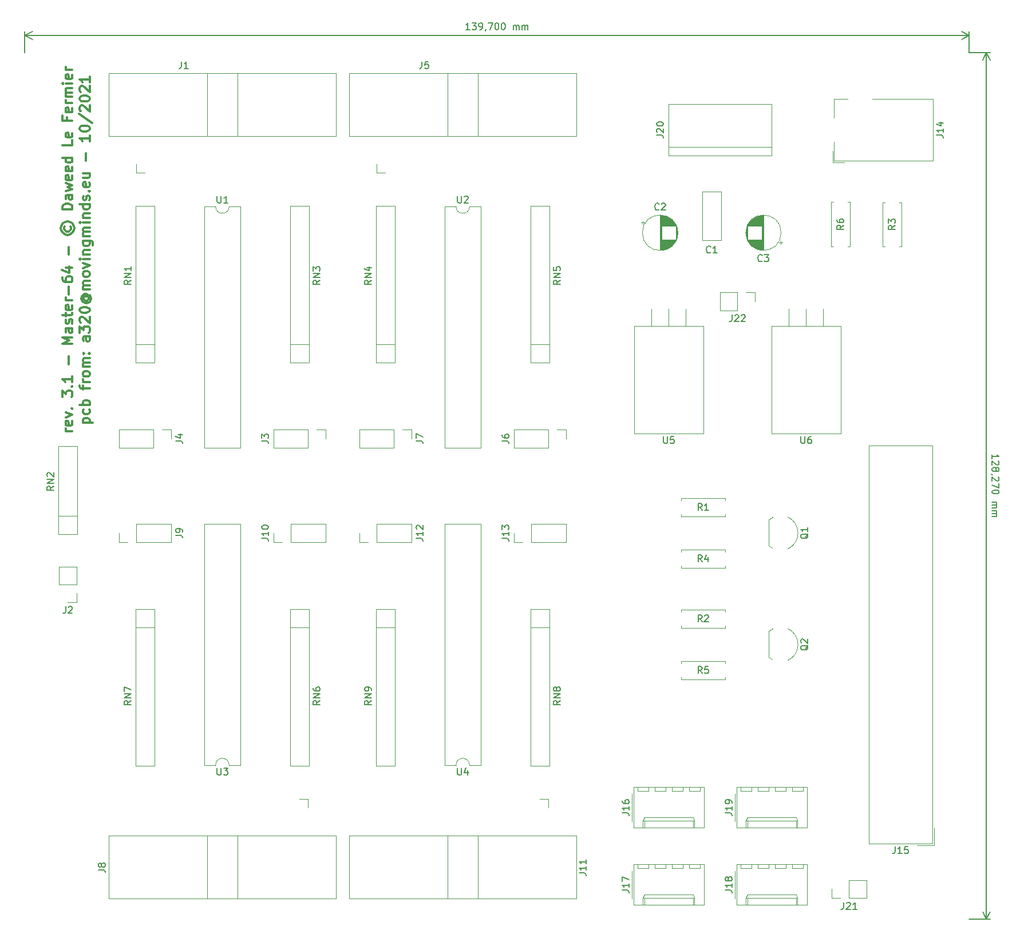
<source format=gto>
%TF.GenerationSoftware,KiCad,Pcbnew,(5.1.10)-1*%
%TF.CreationDate,2021-10-12T11:27:57+02:00*%
%TF.ProjectId,FGINT-V3-MASTER-64,4647494e-542d-4563-932d-4d4153544552,rev?*%
%TF.SameCoordinates,Original*%
%TF.FileFunction,Legend,Top*%
%TF.FilePolarity,Positive*%
%FSLAX46Y46*%
G04 Gerber Fmt 4.6, Leading zero omitted, Abs format (unit mm)*
G04 Created by KiCad (PCBNEW (5.1.10)-1) date 2021-10-12 11:27:57*
%MOMM*%
%LPD*%
G01*
G04 APERTURE LIST*
%ADD10C,0.300000*%
%ADD11C,0.150000*%
%ADD12C,0.120000*%
%ADD13R,1.500000X1.500000*%
%ADD14C,1.500000*%
%ADD15O,1.700000X1.700000*%
%ADD16R,1.700000X1.700000*%
%ADD17O,1.740000X2.200000*%
%ADD18C,1.600000*%
%ADD19R,1.600000X1.600000*%
%ADD20R,3.200000X3.200000*%
%ADD21R,1.727200X1.727200*%
%ADD22O,1.727200X1.727200*%
%ADD23O,1.600000X1.600000*%
%ADD24O,1.905000X2.000000*%
%ADD25R,1.905000X2.000000*%
%ADD26O,3.500000X3.500000*%
%ADD27R,3.000000X3.000000*%
%ADD28C,3.000000*%
G04 APERTURE END LIST*
D10*
X117513571Y-87817142D02*
X116513571Y-87817142D01*
X116799285Y-87817142D02*
X116656428Y-87745714D01*
X116585000Y-87674285D01*
X116513571Y-87531428D01*
X116513571Y-87388571D01*
X117442142Y-86317142D02*
X117513571Y-86460000D01*
X117513571Y-86745714D01*
X117442142Y-86888571D01*
X117299285Y-86960000D01*
X116727857Y-86960000D01*
X116585000Y-86888571D01*
X116513571Y-86745714D01*
X116513571Y-86460000D01*
X116585000Y-86317142D01*
X116727857Y-86245714D01*
X116870714Y-86245714D01*
X117013571Y-86960000D01*
X116513571Y-85745714D02*
X117513571Y-85388571D01*
X116513571Y-85031428D01*
X117370714Y-84460000D02*
X117442142Y-84388571D01*
X117513571Y-84460000D01*
X117442142Y-84531428D01*
X117370714Y-84460000D01*
X117513571Y-84460000D01*
X116013571Y-82745714D02*
X116013571Y-81817142D01*
X116585000Y-82317142D01*
X116585000Y-82102857D01*
X116656428Y-81960000D01*
X116727857Y-81888571D01*
X116870714Y-81817142D01*
X117227857Y-81817142D01*
X117370714Y-81888571D01*
X117442142Y-81960000D01*
X117513571Y-82102857D01*
X117513571Y-82531428D01*
X117442142Y-82674285D01*
X117370714Y-82745714D01*
X117370714Y-81174285D02*
X117442142Y-81102857D01*
X117513571Y-81174285D01*
X117442142Y-81245714D01*
X117370714Y-81174285D01*
X117513571Y-81174285D01*
X117513571Y-79674285D02*
X117513571Y-80531428D01*
X117513571Y-80102857D02*
X116013571Y-80102857D01*
X116227857Y-80245714D01*
X116370714Y-80388571D01*
X116442142Y-80531428D01*
X116942142Y-77888571D02*
X116942142Y-76745714D01*
X117513571Y-74888571D02*
X116013571Y-74888571D01*
X117085000Y-74388571D01*
X116013571Y-73888571D01*
X117513571Y-73888571D01*
X117513571Y-72531428D02*
X116727857Y-72531428D01*
X116585000Y-72602857D01*
X116513571Y-72745714D01*
X116513571Y-73031428D01*
X116585000Y-73174285D01*
X117442142Y-72531428D02*
X117513571Y-72674285D01*
X117513571Y-73031428D01*
X117442142Y-73174285D01*
X117299285Y-73245714D01*
X117156428Y-73245714D01*
X117013571Y-73174285D01*
X116942142Y-73031428D01*
X116942142Y-72674285D01*
X116870714Y-72531428D01*
X117442142Y-71888571D02*
X117513571Y-71745714D01*
X117513571Y-71460000D01*
X117442142Y-71317142D01*
X117299285Y-71245714D01*
X117227857Y-71245714D01*
X117085000Y-71317142D01*
X117013571Y-71460000D01*
X117013571Y-71674285D01*
X116942142Y-71817142D01*
X116799285Y-71888571D01*
X116727857Y-71888571D01*
X116585000Y-71817142D01*
X116513571Y-71674285D01*
X116513571Y-71460000D01*
X116585000Y-71317142D01*
X116513571Y-70817142D02*
X116513571Y-70245714D01*
X116013571Y-70602857D02*
X117299285Y-70602857D01*
X117442142Y-70531428D01*
X117513571Y-70388571D01*
X117513571Y-70245714D01*
X117442142Y-69174285D02*
X117513571Y-69317142D01*
X117513571Y-69602857D01*
X117442142Y-69745714D01*
X117299285Y-69817142D01*
X116727857Y-69817142D01*
X116585000Y-69745714D01*
X116513571Y-69602857D01*
X116513571Y-69317142D01*
X116585000Y-69174285D01*
X116727857Y-69102857D01*
X116870714Y-69102857D01*
X117013571Y-69817142D01*
X117513571Y-68460000D02*
X116513571Y-68460000D01*
X116799285Y-68460000D02*
X116656428Y-68388571D01*
X116585000Y-68317142D01*
X116513571Y-68174285D01*
X116513571Y-68031428D01*
X116942142Y-67531428D02*
X116942142Y-66388571D01*
X116013571Y-65031428D02*
X116013571Y-65317142D01*
X116085000Y-65460000D01*
X116156428Y-65531428D01*
X116370714Y-65674285D01*
X116656428Y-65745714D01*
X117227857Y-65745714D01*
X117370714Y-65674285D01*
X117442142Y-65602857D01*
X117513571Y-65460000D01*
X117513571Y-65174285D01*
X117442142Y-65031428D01*
X117370714Y-64960000D01*
X117227857Y-64888571D01*
X116870714Y-64888571D01*
X116727857Y-64960000D01*
X116656428Y-65031428D01*
X116585000Y-65174285D01*
X116585000Y-65460000D01*
X116656428Y-65602857D01*
X116727857Y-65674285D01*
X116870714Y-65745714D01*
X116513571Y-63602857D02*
X117513571Y-63602857D01*
X115942142Y-63960000D02*
X117013571Y-64317142D01*
X117013571Y-63388571D01*
X116942142Y-61674285D02*
X116942142Y-60531428D01*
X116370714Y-57460000D02*
X116299285Y-57602857D01*
X116299285Y-57888571D01*
X116370714Y-58031428D01*
X116513571Y-58174285D01*
X116656428Y-58245714D01*
X116942142Y-58245714D01*
X117085000Y-58174285D01*
X117227857Y-58031428D01*
X117299285Y-57888571D01*
X117299285Y-57602857D01*
X117227857Y-57460000D01*
X115799285Y-57745714D02*
X115870714Y-58102857D01*
X116085000Y-58460000D01*
X116442142Y-58674285D01*
X116799285Y-58745714D01*
X117156428Y-58674285D01*
X117513571Y-58460000D01*
X117727857Y-58102857D01*
X117799285Y-57745714D01*
X117727857Y-57388571D01*
X117513571Y-57031428D01*
X117156428Y-56817142D01*
X116799285Y-56745714D01*
X116442142Y-56817142D01*
X116085000Y-57031428D01*
X115870714Y-57388571D01*
X115799285Y-57745714D01*
X117513571Y-54960000D02*
X116013571Y-54960000D01*
X116013571Y-54602857D01*
X116085000Y-54388571D01*
X116227857Y-54245714D01*
X116370714Y-54174285D01*
X116656428Y-54102857D01*
X116870714Y-54102857D01*
X117156428Y-54174285D01*
X117299285Y-54245714D01*
X117442142Y-54388571D01*
X117513571Y-54602857D01*
X117513571Y-54960000D01*
X117513571Y-52817142D02*
X116727857Y-52817142D01*
X116585000Y-52888571D01*
X116513571Y-53031428D01*
X116513571Y-53317142D01*
X116585000Y-53460000D01*
X117442142Y-52817142D02*
X117513571Y-52960000D01*
X117513571Y-53317142D01*
X117442142Y-53460000D01*
X117299285Y-53531428D01*
X117156428Y-53531428D01*
X117013571Y-53460000D01*
X116942142Y-53317142D01*
X116942142Y-52960000D01*
X116870714Y-52817142D01*
X116513571Y-52245714D02*
X117513571Y-51960000D01*
X116799285Y-51674285D01*
X117513571Y-51388571D01*
X116513571Y-51102857D01*
X117442142Y-49960000D02*
X117513571Y-50102857D01*
X117513571Y-50388571D01*
X117442142Y-50531428D01*
X117299285Y-50602857D01*
X116727857Y-50602857D01*
X116585000Y-50531428D01*
X116513571Y-50388571D01*
X116513571Y-50102857D01*
X116585000Y-49960000D01*
X116727857Y-49888571D01*
X116870714Y-49888571D01*
X117013571Y-50602857D01*
X117442142Y-48674285D02*
X117513571Y-48817142D01*
X117513571Y-49102857D01*
X117442142Y-49245714D01*
X117299285Y-49317142D01*
X116727857Y-49317142D01*
X116585000Y-49245714D01*
X116513571Y-49102857D01*
X116513571Y-48817142D01*
X116585000Y-48674285D01*
X116727857Y-48602857D01*
X116870714Y-48602857D01*
X117013571Y-49317142D01*
X117513571Y-47317142D02*
X116013571Y-47317142D01*
X117442142Y-47317142D02*
X117513571Y-47460000D01*
X117513571Y-47745714D01*
X117442142Y-47888571D01*
X117370714Y-47960000D01*
X117227857Y-48031428D01*
X116799285Y-48031428D01*
X116656428Y-47960000D01*
X116585000Y-47888571D01*
X116513571Y-47745714D01*
X116513571Y-47460000D01*
X116585000Y-47317142D01*
X117513571Y-44745714D02*
X117513571Y-45460000D01*
X116013571Y-45460000D01*
X117442142Y-43674285D02*
X117513571Y-43817142D01*
X117513571Y-44102857D01*
X117442142Y-44245714D01*
X117299285Y-44317142D01*
X116727857Y-44317142D01*
X116585000Y-44245714D01*
X116513571Y-44102857D01*
X116513571Y-43817142D01*
X116585000Y-43674285D01*
X116727857Y-43602857D01*
X116870714Y-43602857D01*
X117013571Y-44317142D01*
X116727857Y-41317142D02*
X116727857Y-41817142D01*
X117513571Y-41817142D02*
X116013571Y-41817142D01*
X116013571Y-41102857D01*
X117442142Y-39960000D02*
X117513571Y-40102857D01*
X117513571Y-40388571D01*
X117442142Y-40531428D01*
X117299285Y-40602857D01*
X116727857Y-40602857D01*
X116585000Y-40531428D01*
X116513571Y-40388571D01*
X116513571Y-40102857D01*
X116585000Y-39960000D01*
X116727857Y-39888571D01*
X116870714Y-39888571D01*
X117013571Y-40602857D01*
X117513571Y-39245714D02*
X116513571Y-39245714D01*
X116799285Y-39245714D02*
X116656428Y-39174285D01*
X116585000Y-39102857D01*
X116513571Y-38960000D01*
X116513571Y-38817142D01*
X117513571Y-38317142D02*
X116513571Y-38317142D01*
X116656428Y-38317142D02*
X116585000Y-38245714D01*
X116513571Y-38102857D01*
X116513571Y-37888571D01*
X116585000Y-37745714D01*
X116727857Y-37674285D01*
X117513571Y-37674285D01*
X116727857Y-37674285D02*
X116585000Y-37602857D01*
X116513571Y-37460000D01*
X116513571Y-37245714D01*
X116585000Y-37102857D01*
X116727857Y-37031428D01*
X117513571Y-37031428D01*
X117513571Y-36317142D02*
X116513571Y-36317142D01*
X116013571Y-36317142D02*
X116085000Y-36388571D01*
X116156428Y-36317142D01*
X116085000Y-36245714D01*
X116013571Y-36317142D01*
X116156428Y-36317142D01*
X117442142Y-35031428D02*
X117513571Y-35174285D01*
X117513571Y-35460000D01*
X117442142Y-35602857D01*
X117299285Y-35674285D01*
X116727857Y-35674285D01*
X116585000Y-35602857D01*
X116513571Y-35460000D01*
X116513571Y-35174285D01*
X116585000Y-35031428D01*
X116727857Y-34960000D01*
X116870714Y-34960000D01*
X117013571Y-35674285D01*
X117513571Y-34317142D02*
X116513571Y-34317142D01*
X116799285Y-34317142D02*
X116656428Y-34245714D01*
X116585000Y-34174285D01*
X116513571Y-34031428D01*
X116513571Y-33888571D01*
X119063571Y-86567142D02*
X120563571Y-86567142D01*
X119135000Y-86567142D02*
X119063571Y-86424285D01*
X119063571Y-86138571D01*
X119135000Y-85995714D01*
X119206428Y-85924285D01*
X119349285Y-85852857D01*
X119777857Y-85852857D01*
X119920714Y-85924285D01*
X119992142Y-85995714D01*
X120063571Y-86138571D01*
X120063571Y-86424285D01*
X119992142Y-86567142D01*
X119992142Y-84567142D02*
X120063571Y-84709999D01*
X120063571Y-84995714D01*
X119992142Y-85138571D01*
X119920714Y-85209999D01*
X119777857Y-85281428D01*
X119349285Y-85281428D01*
X119206428Y-85209999D01*
X119135000Y-85138571D01*
X119063571Y-84995714D01*
X119063571Y-84709999D01*
X119135000Y-84567142D01*
X120063571Y-83924285D02*
X118563571Y-83924285D01*
X119135000Y-83924285D02*
X119063571Y-83781428D01*
X119063571Y-83495714D01*
X119135000Y-83352857D01*
X119206428Y-83281428D01*
X119349285Y-83209999D01*
X119777857Y-83209999D01*
X119920714Y-83281428D01*
X119992142Y-83352857D01*
X120063571Y-83495714D01*
X120063571Y-83781428D01*
X119992142Y-83924285D01*
X119063571Y-81638571D02*
X119063571Y-81067142D01*
X120063571Y-81424285D02*
X118777857Y-81424285D01*
X118635000Y-81352857D01*
X118563571Y-81209999D01*
X118563571Y-81067142D01*
X120063571Y-80567142D02*
X119063571Y-80567142D01*
X119349285Y-80567142D02*
X119206428Y-80495714D01*
X119135000Y-80424285D01*
X119063571Y-80281428D01*
X119063571Y-80138571D01*
X120063571Y-79424285D02*
X119992142Y-79567142D01*
X119920714Y-79638571D01*
X119777857Y-79709999D01*
X119349285Y-79709999D01*
X119206428Y-79638571D01*
X119135000Y-79567142D01*
X119063571Y-79424285D01*
X119063571Y-79209999D01*
X119135000Y-79067142D01*
X119206428Y-78995714D01*
X119349285Y-78924285D01*
X119777857Y-78924285D01*
X119920714Y-78995714D01*
X119992142Y-79067142D01*
X120063571Y-79209999D01*
X120063571Y-79424285D01*
X120063571Y-78281428D02*
X119063571Y-78281428D01*
X119206428Y-78281428D02*
X119135000Y-78209999D01*
X119063571Y-78067142D01*
X119063571Y-77852857D01*
X119135000Y-77709999D01*
X119277857Y-77638571D01*
X120063571Y-77638571D01*
X119277857Y-77638571D02*
X119135000Y-77567142D01*
X119063571Y-77424285D01*
X119063571Y-77209999D01*
X119135000Y-77067142D01*
X119277857Y-76995714D01*
X120063571Y-76995714D01*
X119920714Y-76281428D02*
X119992142Y-76209999D01*
X120063571Y-76281428D01*
X119992142Y-76352857D01*
X119920714Y-76281428D01*
X120063571Y-76281428D01*
X119135000Y-76281428D02*
X119206428Y-76209999D01*
X119277857Y-76281428D01*
X119206428Y-76352857D01*
X119135000Y-76281428D01*
X119277857Y-76281428D01*
X120063571Y-73781428D02*
X119277857Y-73781428D01*
X119135000Y-73852857D01*
X119063571Y-73995714D01*
X119063571Y-74281428D01*
X119135000Y-74424285D01*
X119992142Y-73781428D02*
X120063571Y-73924285D01*
X120063571Y-74281428D01*
X119992142Y-74424285D01*
X119849285Y-74495714D01*
X119706428Y-74495714D01*
X119563571Y-74424285D01*
X119492142Y-74281428D01*
X119492142Y-73924285D01*
X119420714Y-73781428D01*
X118563571Y-73209999D02*
X118563571Y-72281428D01*
X119135000Y-72781428D01*
X119135000Y-72567142D01*
X119206428Y-72424285D01*
X119277857Y-72352857D01*
X119420714Y-72281428D01*
X119777857Y-72281428D01*
X119920714Y-72352857D01*
X119992142Y-72424285D01*
X120063571Y-72567142D01*
X120063571Y-72995714D01*
X119992142Y-73138571D01*
X119920714Y-73209999D01*
X118706428Y-71709999D02*
X118635000Y-71638571D01*
X118563571Y-71495714D01*
X118563571Y-71138571D01*
X118635000Y-70995714D01*
X118706428Y-70924285D01*
X118849285Y-70852857D01*
X118992142Y-70852857D01*
X119206428Y-70924285D01*
X120063571Y-71781428D01*
X120063571Y-70852857D01*
X118563571Y-69924285D02*
X118563571Y-69781428D01*
X118635000Y-69638571D01*
X118706428Y-69567142D01*
X118849285Y-69495714D01*
X119135000Y-69424285D01*
X119492142Y-69424285D01*
X119777857Y-69495714D01*
X119920714Y-69567142D01*
X119992142Y-69638571D01*
X120063571Y-69781428D01*
X120063571Y-69924285D01*
X119992142Y-70067142D01*
X119920714Y-70138571D01*
X119777857Y-70209999D01*
X119492142Y-70281428D01*
X119135000Y-70281428D01*
X118849285Y-70209999D01*
X118706428Y-70138571D01*
X118635000Y-70067142D01*
X118563571Y-69924285D01*
X119349285Y-67852857D02*
X119277857Y-67924285D01*
X119206428Y-68067142D01*
X119206428Y-68209999D01*
X119277857Y-68352857D01*
X119349285Y-68424285D01*
X119492142Y-68495714D01*
X119635000Y-68495714D01*
X119777857Y-68424285D01*
X119849285Y-68352857D01*
X119920714Y-68209999D01*
X119920714Y-68067142D01*
X119849285Y-67924285D01*
X119777857Y-67852857D01*
X119206428Y-67852857D02*
X119777857Y-67852857D01*
X119849285Y-67781428D01*
X119849285Y-67709999D01*
X119777857Y-67567142D01*
X119635000Y-67495714D01*
X119277857Y-67495714D01*
X119063571Y-67638571D01*
X118920714Y-67852857D01*
X118849285Y-68138571D01*
X118920714Y-68424285D01*
X119063571Y-68638571D01*
X119277857Y-68781428D01*
X119563571Y-68852857D01*
X119849285Y-68781428D01*
X120063571Y-68638571D01*
X120206428Y-68424285D01*
X120277857Y-68138571D01*
X120206428Y-67852857D01*
X120063571Y-67638571D01*
X120063571Y-66852857D02*
X119063571Y-66852857D01*
X119206428Y-66852857D02*
X119135000Y-66781428D01*
X119063571Y-66638571D01*
X119063571Y-66424285D01*
X119135000Y-66281428D01*
X119277857Y-66209999D01*
X120063571Y-66209999D01*
X119277857Y-66209999D02*
X119135000Y-66138571D01*
X119063571Y-65995714D01*
X119063571Y-65781428D01*
X119135000Y-65638571D01*
X119277857Y-65567142D01*
X120063571Y-65567142D01*
X120063571Y-64638571D02*
X119992142Y-64781428D01*
X119920714Y-64852857D01*
X119777857Y-64924285D01*
X119349285Y-64924285D01*
X119206428Y-64852857D01*
X119135000Y-64781428D01*
X119063571Y-64638571D01*
X119063571Y-64424285D01*
X119135000Y-64281428D01*
X119206428Y-64209999D01*
X119349285Y-64138571D01*
X119777857Y-64138571D01*
X119920714Y-64209999D01*
X119992142Y-64281428D01*
X120063571Y-64424285D01*
X120063571Y-64638571D01*
X119063571Y-63638571D02*
X120063571Y-63281428D01*
X119063571Y-62924285D01*
X120063571Y-62352857D02*
X119063571Y-62352857D01*
X118563571Y-62352857D02*
X118635000Y-62424285D01*
X118706428Y-62352857D01*
X118635000Y-62281428D01*
X118563571Y-62352857D01*
X118706428Y-62352857D01*
X119063571Y-61638571D02*
X120063571Y-61638571D01*
X119206428Y-61638571D02*
X119135000Y-61567142D01*
X119063571Y-61424285D01*
X119063571Y-61209999D01*
X119135000Y-61067142D01*
X119277857Y-60995714D01*
X120063571Y-60995714D01*
X119063571Y-59638571D02*
X120277857Y-59638571D01*
X120420714Y-59709999D01*
X120492142Y-59781428D01*
X120563571Y-59924285D01*
X120563571Y-60138571D01*
X120492142Y-60281428D01*
X119992142Y-59638571D02*
X120063571Y-59781428D01*
X120063571Y-60067142D01*
X119992142Y-60209999D01*
X119920714Y-60281428D01*
X119777857Y-60352857D01*
X119349285Y-60352857D01*
X119206428Y-60281428D01*
X119135000Y-60209999D01*
X119063571Y-60067142D01*
X119063571Y-59781428D01*
X119135000Y-59638571D01*
X120063571Y-58924285D02*
X119063571Y-58924285D01*
X119206428Y-58924285D02*
X119135000Y-58852857D01*
X119063571Y-58709999D01*
X119063571Y-58495714D01*
X119135000Y-58352857D01*
X119277857Y-58281428D01*
X120063571Y-58281428D01*
X119277857Y-58281428D02*
X119135000Y-58209999D01*
X119063571Y-58067142D01*
X119063571Y-57852857D01*
X119135000Y-57709999D01*
X119277857Y-57638571D01*
X120063571Y-57638571D01*
X120063571Y-56924285D02*
X119063571Y-56924285D01*
X118563571Y-56924285D02*
X118635000Y-56995714D01*
X118706428Y-56924285D01*
X118635000Y-56852857D01*
X118563571Y-56924285D01*
X118706428Y-56924285D01*
X119063571Y-56209999D02*
X120063571Y-56209999D01*
X119206428Y-56209999D02*
X119135000Y-56138571D01*
X119063571Y-55995714D01*
X119063571Y-55781428D01*
X119135000Y-55638571D01*
X119277857Y-55567142D01*
X120063571Y-55567142D01*
X120063571Y-54209999D02*
X118563571Y-54209999D01*
X119992142Y-54209999D02*
X120063571Y-54352857D01*
X120063571Y-54638571D01*
X119992142Y-54781428D01*
X119920714Y-54852857D01*
X119777857Y-54924285D01*
X119349285Y-54924285D01*
X119206428Y-54852857D01*
X119135000Y-54781428D01*
X119063571Y-54638571D01*
X119063571Y-54352857D01*
X119135000Y-54209999D01*
X119992142Y-53567142D02*
X120063571Y-53424285D01*
X120063571Y-53138571D01*
X119992142Y-52995714D01*
X119849285Y-52924285D01*
X119777857Y-52924285D01*
X119635000Y-52995714D01*
X119563571Y-53138571D01*
X119563571Y-53352857D01*
X119492142Y-53495714D01*
X119349285Y-53567142D01*
X119277857Y-53567142D01*
X119135000Y-53495714D01*
X119063571Y-53352857D01*
X119063571Y-53138571D01*
X119135000Y-52995714D01*
X119920714Y-52281428D02*
X119992142Y-52209999D01*
X120063571Y-52281428D01*
X119992142Y-52352857D01*
X119920714Y-52281428D01*
X120063571Y-52281428D01*
X119992142Y-50995714D02*
X120063571Y-51138571D01*
X120063571Y-51424285D01*
X119992142Y-51567142D01*
X119849285Y-51638571D01*
X119277857Y-51638571D01*
X119135000Y-51567142D01*
X119063571Y-51424285D01*
X119063571Y-51138571D01*
X119135000Y-50995714D01*
X119277857Y-50924285D01*
X119420714Y-50924285D01*
X119563571Y-51638571D01*
X119063571Y-49638571D02*
X120063571Y-49638571D01*
X119063571Y-50281428D02*
X119849285Y-50281428D01*
X119992142Y-50209999D01*
X120063571Y-50067142D01*
X120063571Y-49852857D01*
X119992142Y-49709999D01*
X119920714Y-49638571D01*
X119492142Y-47781428D02*
X119492142Y-46638571D01*
X120063571Y-43995714D02*
X120063571Y-44852857D01*
X120063571Y-44424285D02*
X118563571Y-44424285D01*
X118777857Y-44567142D01*
X118920714Y-44710000D01*
X118992142Y-44852857D01*
X118563571Y-43067142D02*
X118563571Y-42924285D01*
X118635000Y-42781428D01*
X118706428Y-42710000D01*
X118849285Y-42638571D01*
X119135000Y-42567142D01*
X119492142Y-42567142D01*
X119777857Y-42638571D01*
X119920714Y-42710000D01*
X119992142Y-42781428D01*
X120063571Y-42924285D01*
X120063571Y-43067142D01*
X119992142Y-43210000D01*
X119920714Y-43281428D01*
X119777857Y-43352857D01*
X119492142Y-43424285D01*
X119135000Y-43424285D01*
X118849285Y-43352857D01*
X118706428Y-43281428D01*
X118635000Y-43210000D01*
X118563571Y-43067142D01*
X118492142Y-40852857D02*
X120420714Y-42138571D01*
X118706428Y-40424285D02*
X118635000Y-40352857D01*
X118563571Y-40210000D01*
X118563571Y-39852857D01*
X118635000Y-39710000D01*
X118706428Y-39638571D01*
X118849285Y-39567142D01*
X118992142Y-39567142D01*
X119206428Y-39638571D01*
X120063571Y-40495714D01*
X120063571Y-39567142D01*
X118563571Y-38638571D02*
X118563571Y-38495714D01*
X118635000Y-38352857D01*
X118706428Y-38281428D01*
X118849285Y-38210000D01*
X119135000Y-38138571D01*
X119492142Y-38138571D01*
X119777857Y-38210000D01*
X119920714Y-38281428D01*
X119992142Y-38352857D01*
X120063571Y-38495714D01*
X120063571Y-38638571D01*
X119992142Y-38781428D01*
X119920714Y-38852857D01*
X119777857Y-38924285D01*
X119492142Y-38995714D01*
X119135000Y-38995714D01*
X118849285Y-38924285D01*
X118706428Y-38852857D01*
X118635000Y-38781428D01*
X118563571Y-38638571D01*
X118706428Y-37567142D02*
X118635000Y-37495714D01*
X118563571Y-37352857D01*
X118563571Y-36995714D01*
X118635000Y-36852857D01*
X118706428Y-36781428D01*
X118849285Y-36710000D01*
X118992142Y-36710000D01*
X119206428Y-36781428D01*
X120063571Y-37638571D01*
X120063571Y-36710000D01*
X120063571Y-35281428D02*
X120063571Y-36138571D01*
X120063571Y-35710000D02*
X118563571Y-35710000D01*
X118777857Y-35852857D01*
X118920714Y-35995714D01*
X118992142Y-36138571D01*
D11*
X176292380Y-28362380D02*
X175720952Y-28362380D01*
X176006666Y-28362380D02*
X176006666Y-27362380D01*
X175911428Y-27505238D01*
X175816190Y-27600476D01*
X175720952Y-27648095D01*
X176625714Y-27362380D02*
X177244761Y-27362380D01*
X176911428Y-27743333D01*
X177054285Y-27743333D01*
X177149523Y-27790952D01*
X177197142Y-27838571D01*
X177244761Y-27933809D01*
X177244761Y-28171904D01*
X177197142Y-28267142D01*
X177149523Y-28314761D01*
X177054285Y-28362380D01*
X176768571Y-28362380D01*
X176673333Y-28314761D01*
X176625714Y-28267142D01*
X177720952Y-28362380D02*
X177911428Y-28362380D01*
X178006666Y-28314761D01*
X178054285Y-28267142D01*
X178149523Y-28124285D01*
X178197142Y-27933809D01*
X178197142Y-27552857D01*
X178149523Y-27457619D01*
X178101904Y-27410000D01*
X178006666Y-27362380D01*
X177816190Y-27362380D01*
X177720952Y-27410000D01*
X177673333Y-27457619D01*
X177625714Y-27552857D01*
X177625714Y-27790952D01*
X177673333Y-27886190D01*
X177720952Y-27933809D01*
X177816190Y-27981428D01*
X178006666Y-27981428D01*
X178101904Y-27933809D01*
X178149523Y-27886190D01*
X178197142Y-27790952D01*
X178673333Y-28314761D02*
X178673333Y-28362380D01*
X178625714Y-28457619D01*
X178578095Y-28505238D01*
X179006666Y-27362380D02*
X179673333Y-27362380D01*
X179244761Y-28362380D01*
X180244761Y-27362380D02*
X180340000Y-27362380D01*
X180435238Y-27410000D01*
X180482857Y-27457619D01*
X180530476Y-27552857D01*
X180578095Y-27743333D01*
X180578095Y-27981428D01*
X180530476Y-28171904D01*
X180482857Y-28267142D01*
X180435238Y-28314761D01*
X180340000Y-28362380D01*
X180244761Y-28362380D01*
X180149523Y-28314761D01*
X180101904Y-28267142D01*
X180054285Y-28171904D01*
X180006666Y-27981428D01*
X180006666Y-27743333D01*
X180054285Y-27552857D01*
X180101904Y-27457619D01*
X180149523Y-27410000D01*
X180244761Y-27362380D01*
X181197142Y-27362380D02*
X181292380Y-27362380D01*
X181387619Y-27410000D01*
X181435238Y-27457619D01*
X181482857Y-27552857D01*
X181530476Y-27743333D01*
X181530476Y-27981428D01*
X181482857Y-28171904D01*
X181435238Y-28267142D01*
X181387619Y-28314761D01*
X181292380Y-28362380D01*
X181197142Y-28362380D01*
X181101904Y-28314761D01*
X181054285Y-28267142D01*
X181006666Y-28171904D01*
X180959047Y-27981428D01*
X180959047Y-27743333D01*
X181006666Y-27552857D01*
X181054285Y-27457619D01*
X181101904Y-27410000D01*
X181197142Y-27362380D01*
X182720952Y-28362380D02*
X182720952Y-27695714D01*
X182720952Y-27790952D02*
X182768571Y-27743333D01*
X182863809Y-27695714D01*
X183006666Y-27695714D01*
X183101904Y-27743333D01*
X183149523Y-27838571D01*
X183149523Y-28362380D01*
X183149523Y-27838571D02*
X183197142Y-27743333D01*
X183292380Y-27695714D01*
X183435238Y-27695714D01*
X183530476Y-27743333D01*
X183578095Y-27838571D01*
X183578095Y-28362380D01*
X184054285Y-28362380D02*
X184054285Y-27695714D01*
X184054285Y-27790952D02*
X184101904Y-27743333D01*
X184197142Y-27695714D01*
X184340000Y-27695714D01*
X184435238Y-27743333D01*
X184482857Y-27838571D01*
X184482857Y-28362380D01*
X184482857Y-27838571D02*
X184530476Y-27743333D01*
X184625714Y-27695714D01*
X184768571Y-27695714D01*
X184863809Y-27743333D01*
X184911428Y-27838571D01*
X184911428Y-28362380D01*
X110490000Y-29210000D02*
X250190000Y-29210000D01*
X110490000Y-31750000D02*
X110490000Y-28623579D01*
X250190000Y-31750000D02*
X250190000Y-28623579D01*
X250190000Y-29210000D02*
X249063496Y-29796421D01*
X250190000Y-29210000D02*
X249063496Y-28623579D01*
X110490000Y-29210000D02*
X111616504Y-29796421D01*
X110490000Y-29210000D02*
X111616504Y-28623579D01*
X253577619Y-91837380D02*
X253577619Y-91265952D01*
X253577619Y-91551666D02*
X254577619Y-91551666D01*
X254434761Y-91456428D01*
X254339523Y-91361190D01*
X254291904Y-91265952D01*
X254482380Y-92218333D02*
X254530000Y-92265952D01*
X254577619Y-92361190D01*
X254577619Y-92599285D01*
X254530000Y-92694523D01*
X254482380Y-92742142D01*
X254387142Y-92789761D01*
X254291904Y-92789761D01*
X254149047Y-92742142D01*
X253577619Y-92170714D01*
X253577619Y-92789761D01*
X254149047Y-93361190D02*
X254196666Y-93265952D01*
X254244285Y-93218333D01*
X254339523Y-93170714D01*
X254387142Y-93170714D01*
X254482380Y-93218333D01*
X254530000Y-93265952D01*
X254577619Y-93361190D01*
X254577619Y-93551666D01*
X254530000Y-93646904D01*
X254482380Y-93694523D01*
X254387142Y-93742142D01*
X254339523Y-93742142D01*
X254244285Y-93694523D01*
X254196666Y-93646904D01*
X254149047Y-93551666D01*
X254149047Y-93361190D01*
X254101428Y-93265952D01*
X254053809Y-93218333D01*
X253958571Y-93170714D01*
X253768095Y-93170714D01*
X253672857Y-93218333D01*
X253625238Y-93265952D01*
X253577619Y-93361190D01*
X253577619Y-93551666D01*
X253625238Y-93646904D01*
X253672857Y-93694523D01*
X253768095Y-93742142D01*
X253958571Y-93742142D01*
X254053809Y-93694523D01*
X254101428Y-93646904D01*
X254149047Y-93551666D01*
X253625238Y-94218333D02*
X253577619Y-94218333D01*
X253482380Y-94170714D01*
X253434761Y-94123095D01*
X254482380Y-94599285D02*
X254530000Y-94646904D01*
X254577619Y-94742142D01*
X254577619Y-94980238D01*
X254530000Y-95075476D01*
X254482380Y-95123095D01*
X254387142Y-95170714D01*
X254291904Y-95170714D01*
X254149047Y-95123095D01*
X253577619Y-94551666D01*
X253577619Y-95170714D01*
X254577619Y-95504047D02*
X254577619Y-96170714D01*
X253577619Y-95742142D01*
X254577619Y-96742142D02*
X254577619Y-96837380D01*
X254530000Y-96932619D01*
X254482380Y-96980238D01*
X254387142Y-97027857D01*
X254196666Y-97075476D01*
X253958571Y-97075476D01*
X253768095Y-97027857D01*
X253672857Y-96980238D01*
X253625238Y-96932619D01*
X253577619Y-96837380D01*
X253577619Y-96742142D01*
X253625238Y-96646904D01*
X253672857Y-96599285D01*
X253768095Y-96551666D01*
X253958571Y-96504047D01*
X254196666Y-96504047D01*
X254387142Y-96551666D01*
X254482380Y-96599285D01*
X254530000Y-96646904D01*
X254577619Y-96742142D01*
X253577619Y-98265952D02*
X254244285Y-98265952D01*
X254149047Y-98265952D02*
X254196666Y-98313571D01*
X254244285Y-98408809D01*
X254244285Y-98551666D01*
X254196666Y-98646904D01*
X254101428Y-98694523D01*
X253577619Y-98694523D01*
X254101428Y-98694523D02*
X254196666Y-98742142D01*
X254244285Y-98837380D01*
X254244285Y-98980238D01*
X254196666Y-99075476D01*
X254101428Y-99123095D01*
X253577619Y-99123095D01*
X253577619Y-99599285D02*
X254244285Y-99599285D01*
X254149047Y-99599285D02*
X254196666Y-99646904D01*
X254244285Y-99742142D01*
X254244285Y-99885000D01*
X254196666Y-99980238D01*
X254101428Y-100027857D01*
X253577619Y-100027857D01*
X254101428Y-100027857D02*
X254196666Y-100075476D01*
X254244285Y-100170714D01*
X254244285Y-100313571D01*
X254196666Y-100408809D01*
X254101428Y-100456428D01*
X253577619Y-100456428D01*
X252730000Y-31750000D02*
X252730000Y-160020000D01*
X250190000Y-31750000D02*
X253316421Y-31750000D01*
X250190000Y-160020000D02*
X253316421Y-160020000D01*
X252730000Y-160020000D02*
X252143579Y-158893496D01*
X252730000Y-160020000D02*
X253316421Y-158893496D01*
X252730000Y-31750000D02*
X252143579Y-32876504D01*
X252730000Y-31750000D02*
X253316421Y-32876504D01*
D12*
X220550000Y-117440000D02*
X220550000Y-121290000D01*
X221137736Y-121682383D02*
G75*
G02*
X220550000Y-121290000I1112264J2302383D01*
G01*
X223348807Y-121736400D02*
G75*
G03*
X224850000Y-119380000I-1098807J2356400D01*
G01*
X223348807Y-117023600D02*
G75*
G02*
X224850000Y-119380000I-1098807J-2356400D01*
G01*
X221127955Y-117057369D02*
G75*
G03*
X220550000Y-117440000I1122045J-2322631D01*
G01*
X220550000Y-100930000D02*
X220550000Y-104780000D01*
X221137736Y-105172383D02*
G75*
G02*
X220550000Y-104780000I1112264J2302383D01*
G01*
X223348807Y-105226400D02*
G75*
G03*
X224850000Y-102870000I-1098807J2356400D01*
G01*
X223348807Y-100513600D02*
G75*
G02*
X224850000Y-102870000I-1098807J-2356400D01*
G01*
X221127955Y-100547369D02*
G75*
G03*
X220550000Y-100930000I1122045J-2322631D01*
G01*
X218500000Y-67250000D02*
X218500000Y-68580000D01*
X217170000Y-67250000D02*
X218500000Y-67250000D01*
X215900000Y-67250000D02*
X215900000Y-69910000D01*
X215900000Y-69910000D02*
X213300000Y-69910000D01*
X215900000Y-67250000D02*
X213300000Y-67250000D01*
X213300000Y-67250000D02*
X213300000Y-69910000D01*
X229810000Y-156905000D02*
X229810000Y-155575000D01*
X231140000Y-156905000D02*
X229810000Y-156905000D01*
X232410000Y-156905000D02*
X232410000Y-154245000D01*
X232410000Y-154245000D02*
X235010000Y-154245000D01*
X232410000Y-156905000D02*
X235010000Y-156905000D01*
X235010000Y-156905000D02*
X235010000Y-154245000D01*
X225590000Y-152510000D02*
X225590000Y-151910000D01*
X223990000Y-152510000D02*
X225590000Y-152510000D01*
X223990000Y-151910000D02*
X223990000Y-152510000D01*
X223050000Y-152510000D02*
X223050000Y-151910000D01*
X221450000Y-152510000D02*
X223050000Y-152510000D01*
X221450000Y-151910000D02*
X221450000Y-152510000D01*
X220510000Y-152510000D02*
X220510000Y-151910000D01*
X218910000Y-152510000D02*
X220510000Y-152510000D01*
X218910000Y-151910000D02*
X218910000Y-152510000D01*
X217970000Y-152510000D02*
X217970000Y-151910000D01*
X216370000Y-152510000D02*
X217970000Y-152510000D01*
X216370000Y-151910000D02*
X216370000Y-152510000D01*
X224540000Y-157930000D02*
X224540000Y-156930000D01*
X217420000Y-157930000D02*
X217420000Y-156930000D01*
X224540000Y-156400000D02*
X224790000Y-156930000D01*
X217420000Y-156400000D02*
X224540000Y-156400000D01*
X217170000Y-156930000D02*
X217420000Y-156400000D01*
X224790000Y-156930000D02*
X224790000Y-157930000D01*
X217170000Y-156930000D02*
X224790000Y-156930000D01*
X217170000Y-157930000D02*
X217170000Y-156930000D01*
X215500000Y-152940000D02*
X215500000Y-156940000D01*
X226170000Y-151910000D02*
X215790000Y-151910000D01*
X226170000Y-157930000D02*
X226170000Y-151910000D01*
X215790000Y-157930000D02*
X226170000Y-157930000D01*
X215790000Y-151910000D02*
X215790000Y-157930000D01*
X210350000Y-152510000D02*
X210350000Y-151910000D01*
X208750000Y-152510000D02*
X210350000Y-152510000D01*
X208750000Y-151910000D02*
X208750000Y-152510000D01*
X207810000Y-152510000D02*
X207810000Y-151910000D01*
X206210000Y-152510000D02*
X207810000Y-152510000D01*
X206210000Y-151910000D02*
X206210000Y-152510000D01*
X205270000Y-152510000D02*
X205270000Y-151910000D01*
X203670000Y-152510000D02*
X205270000Y-152510000D01*
X203670000Y-151910000D02*
X203670000Y-152510000D01*
X202730000Y-152510000D02*
X202730000Y-151910000D01*
X201130000Y-152510000D02*
X202730000Y-152510000D01*
X201130000Y-151910000D02*
X201130000Y-152510000D01*
X209300000Y-157930000D02*
X209300000Y-156930000D01*
X202180000Y-157930000D02*
X202180000Y-156930000D01*
X209300000Y-156400000D02*
X209550000Y-156930000D01*
X202180000Y-156400000D02*
X209300000Y-156400000D01*
X201930000Y-156930000D02*
X202180000Y-156400000D01*
X209550000Y-156930000D02*
X209550000Y-157930000D01*
X201930000Y-156930000D02*
X209550000Y-156930000D01*
X201930000Y-157930000D02*
X201930000Y-156930000D01*
X200260000Y-152940000D02*
X200260000Y-156940000D01*
X210930000Y-151910000D02*
X200550000Y-151910000D01*
X210930000Y-157930000D02*
X210930000Y-151910000D01*
X200550000Y-157930000D02*
X210930000Y-157930000D01*
X200550000Y-151910000D02*
X200550000Y-157930000D01*
X210350000Y-141080000D02*
X210350000Y-140480000D01*
X208750000Y-141080000D02*
X210350000Y-141080000D01*
X208750000Y-140480000D02*
X208750000Y-141080000D01*
X207810000Y-141080000D02*
X207810000Y-140480000D01*
X206210000Y-141080000D02*
X207810000Y-141080000D01*
X206210000Y-140480000D02*
X206210000Y-141080000D01*
X205270000Y-141080000D02*
X205270000Y-140480000D01*
X203670000Y-141080000D02*
X205270000Y-141080000D01*
X203670000Y-140480000D02*
X203670000Y-141080000D01*
X202730000Y-141080000D02*
X202730000Y-140480000D01*
X201130000Y-141080000D02*
X202730000Y-141080000D01*
X201130000Y-140480000D02*
X201130000Y-141080000D01*
X209300000Y-146500000D02*
X209300000Y-145500000D01*
X202180000Y-146500000D02*
X202180000Y-145500000D01*
X209300000Y-144970000D02*
X209550000Y-145500000D01*
X202180000Y-144970000D02*
X209300000Y-144970000D01*
X201930000Y-145500000D02*
X202180000Y-144970000D01*
X209550000Y-145500000D02*
X209550000Y-146500000D01*
X201930000Y-145500000D02*
X209550000Y-145500000D01*
X201930000Y-146500000D02*
X201930000Y-145500000D01*
X200260000Y-141510000D02*
X200260000Y-145510000D01*
X210930000Y-140480000D02*
X200550000Y-140480000D01*
X210930000Y-146500000D02*
X210930000Y-140480000D01*
X200550000Y-146500000D02*
X210930000Y-146500000D01*
X200550000Y-140480000D02*
X200550000Y-146500000D01*
X210720000Y-59540000D02*
X210720000Y-52300000D01*
X213460000Y-59540000D02*
X213460000Y-52300000D01*
X210720000Y-59540000D02*
X213460000Y-59540000D01*
X210720000Y-52300000D02*
X213460000Y-52300000D01*
X201895225Y-56695000D02*
X201895225Y-57195000D01*
X201645225Y-56945000D02*
X202145225Y-56945000D01*
X207051000Y-58136000D02*
X207051000Y-58704000D01*
X207011000Y-57902000D02*
X207011000Y-58938000D01*
X206971000Y-57743000D02*
X206971000Y-59097000D01*
X206931000Y-57615000D02*
X206931000Y-59225000D01*
X206891000Y-57505000D02*
X206891000Y-59335000D01*
X206851000Y-57409000D02*
X206851000Y-59431000D01*
X206811000Y-57322000D02*
X206811000Y-59518000D01*
X206771000Y-57242000D02*
X206771000Y-59598000D01*
X206731000Y-59460000D02*
X206731000Y-59671000D01*
X206731000Y-57169000D02*
X206731000Y-57380000D01*
X206691000Y-59460000D02*
X206691000Y-59739000D01*
X206691000Y-57101000D02*
X206691000Y-57380000D01*
X206651000Y-59460000D02*
X206651000Y-59803000D01*
X206651000Y-57037000D02*
X206651000Y-57380000D01*
X206611000Y-59460000D02*
X206611000Y-59863000D01*
X206611000Y-56977000D02*
X206611000Y-57380000D01*
X206571000Y-59460000D02*
X206571000Y-59920000D01*
X206571000Y-56920000D02*
X206571000Y-57380000D01*
X206531000Y-59460000D02*
X206531000Y-59974000D01*
X206531000Y-56866000D02*
X206531000Y-57380000D01*
X206491000Y-59460000D02*
X206491000Y-60025000D01*
X206491000Y-56815000D02*
X206491000Y-57380000D01*
X206451000Y-59460000D02*
X206451000Y-60073000D01*
X206451000Y-56767000D02*
X206451000Y-57380000D01*
X206411000Y-59460000D02*
X206411000Y-60119000D01*
X206411000Y-56721000D02*
X206411000Y-57380000D01*
X206371000Y-59460000D02*
X206371000Y-60163000D01*
X206371000Y-56677000D02*
X206371000Y-57380000D01*
X206331000Y-59460000D02*
X206331000Y-60205000D01*
X206331000Y-56635000D02*
X206331000Y-57380000D01*
X206291000Y-59460000D02*
X206291000Y-60246000D01*
X206291000Y-56594000D02*
X206291000Y-57380000D01*
X206251000Y-59460000D02*
X206251000Y-60284000D01*
X206251000Y-56556000D02*
X206251000Y-57380000D01*
X206211000Y-59460000D02*
X206211000Y-60321000D01*
X206211000Y-56519000D02*
X206211000Y-57380000D01*
X206171000Y-59460000D02*
X206171000Y-60357000D01*
X206171000Y-56483000D02*
X206171000Y-57380000D01*
X206131000Y-59460000D02*
X206131000Y-60391000D01*
X206131000Y-56449000D02*
X206131000Y-57380000D01*
X206091000Y-59460000D02*
X206091000Y-60424000D01*
X206091000Y-56416000D02*
X206091000Y-57380000D01*
X206051000Y-59460000D02*
X206051000Y-60455000D01*
X206051000Y-56385000D02*
X206051000Y-57380000D01*
X206011000Y-59460000D02*
X206011000Y-60485000D01*
X206011000Y-56355000D02*
X206011000Y-57380000D01*
X205971000Y-59460000D02*
X205971000Y-60515000D01*
X205971000Y-56325000D02*
X205971000Y-57380000D01*
X205931000Y-59460000D02*
X205931000Y-60542000D01*
X205931000Y-56298000D02*
X205931000Y-57380000D01*
X205891000Y-59460000D02*
X205891000Y-60569000D01*
X205891000Y-56271000D02*
X205891000Y-57380000D01*
X205851000Y-59460000D02*
X205851000Y-60595000D01*
X205851000Y-56245000D02*
X205851000Y-57380000D01*
X205811000Y-59460000D02*
X205811000Y-60620000D01*
X205811000Y-56220000D02*
X205811000Y-57380000D01*
X205771000Y-59460000D02*
X205771000Y-60644000D01*
X205771000Y-56196000D02*
X205771000Y-57380000D01*
X205731000Y-59460000D02*
X205731000Y-60667000D01*
X205731000Y-56173000D02*
X205731000Y-57380000D01*
X205691000Y-59460000D02*
X205691000Y-60688000D01*
X205691000Y-56152000D02*
X205691000Y-57380000D01*
X205651000Y-59460000D02*
X205651000Y-60710000D01*
X205651000Y-56130000D02*
X205651000Y-57380000D01*
X205611000Y-59460000D02*
X205611000Y-60730000D01*
X205611000Y-56110000D02*
X205611000Y-57380000D01*
X205571000Y-59460000D02*
X205571000Y-60749000D01*
X205571000Y-56091000D02*
X205571000Y-57380000D01*
X205531000Y-59460000D02*
X205531000Y-60768000D01*
X205531000Y-56072000D02*
X205531000Y-57380000D01*
X205491000Y-59460000D02*
X205491000Y-60785000D01*
X205491000Y-56055000D02*
X205491000Y-57380000D01*
X205451000Y-59460000D02*
X205451000Y-60802000D01*
X205451000Y-56038000D02*
X205451000Y-57380000D01*
X205411000Y-59460000D02*
X205411000Y-60818000D01*
X205411000Y-56022000D02*
X205411000Y-57380000D01*
X205371000Y-59460000D02*
X205371000Y-60834000D01*
X205371000Y-56006000D02*
X205371000Y-57380000D01*
X205331000Y-59460000D02*
X205331000Y-60848000D01*
X205331000Y-55992000D02*
X205331000Y-57380000D01*
X205291000Y-59460000D02*
X205291000Y-60862000D01*
X205291000Y-55978000D02*
X205291000Y-57380000D01*
X205251000Y-59460000D02*
X205251000Y-60875000D01*
X205251000Y-55965000D02*
X205251000Y-57380000D01*
X205211000Y-59460000D02*
X205211000Y-60888000D01*
X205211000Y-55952000D02*
X205211000Y-57380000D01*
X205171000Y-59460000D02*
X205171000Y-60900000D01*
X205171000Y-55940000D02*
X205171000Y-57380000D01*
X205130000Y-59460000D02*
X205130000Y-60911000D01*
X205130000Y-55929000D02*
X205130000Y-57380000D01*
X205090000Y-59460000D02*
X205090000Y-60921000D01*
X205090000Y-55919000D02*
X205090000Y-57380000D01*
X205050000Y-59460000D02*
X205050000Y-60931000D01*
X205050000Y-55909000D02*
X205050000Y-57380000D01*
X205010000Y-59460000D02*
X205010000Y-60940000D01*
X205010000Y-55900000D02*
X205010000Y-57380000D01*
X204970000Y-59460000D02*
X204970000Y-60948000D01*
X204970000Y-55892000D02*
X204970000Y-57380000D01*
X204930000Y-59460000D02*
X204930000Y-60956000D01*
X204930000Y-55884000D02*
X204930000Y-57380000D01*
X204890000Y-59460000D02*
X204890000Y-60963000D01*
X204890000Y-55877000D02*
X204890000Y-57380000D01*
X204850000Y-59460000D02*
X204850000Y-60970000D01*
X204850000Y-55870000D02*
X204850000Y-57380000D01*
X204810000Y-59460000D02*
X204810000Y-60976000D01*
X204810000Y-55864000D02*
X204810000Y-57380000D01*
X204770000Y-59460000D02*
X204770000Y-60981000D01*
X204770000Y-55859000D02*
X204770000Y-57380000D01*
X204730000Y-59460000D02*
X204730000Y-60985000D01*
X204730000Y-55855000D02*
X204730000Y-57380000D01*
X204690000Y-59460000D02*
X204690000Y-60989000D01*
X204690000Y-55851000D02*
X204690000Y-57380000D01*
X204650000Y-55847000D02*
X204650000Y-60993000D01*
X204610000Y-55844000D02*
X204610000Y-60996000D01*
X204570000Y-55842000D02*
X204570000Y-60998000D01*
X204530000Y-55841000D02*
X204530000Y-60999000D01*
X204490000Y-55840000D02*
X204490000Y-61000000D01*
X204450000Y-55840000D02*
X204450000Y-61000000D01*
X207070000Y-58420000D02*
G75*
G03*
X207070000Y-58420000I-2620000J0D01*
G01*
X222350000Y-58420000D02*
G75*
G03*
X222350000Y-58420000I-2620000J0D01*
G01*
X219730000Y-61000000D02*
X219730000Y-55840000D01*
X219690000Y-61000000D02*
X219690000Y-55840000D01*
X219650000Y-60999000D02*
X219650000Y-55841000D01*
X219610000Y-60998000D02*
X219610000Y-55842000D01*
X219570000Y-60996000D02*
X219570000Y-55844000D01*
X219530000Y-60993000D02*
X219530000Y-55847000D01*
X219490000Y-60989000D02*
X219490000Y-59460000D01*
X219490000Y-57380000D02*
X219490000Y-55851000D01*
X219450000Y-60985000D02*
X219450000Y-59460000D01*
X219450000Y-57380000D02*
X219450000Y-55855000D01*
X219410000Y-60981000D02*
X219410000Y-59460000D01*
X219410000Y-57380000D02*
X219410000Y-55859000D01*
X219370000Y-60976000D02*
X219370000Y-59460000D01*
X219370000Y-57380000D02*
X219370000Y-55864000D01*
X219330000Y-60970000D02*
X219330000Y-59460000D01*
X219330000Y-57380000D02*
X219330000Y-55870000D01*
X219290000Y-60963000D02*
X219290000Y-59460000D01*
X219290000Y-57380000D02*
X219290000Y-55877000D01*
X219250000Y-60956000D02*
X219250000Y-59460000D01*
X219250000Y-57380000D02*
X219250000Y-55884000D01*
X219210000Y-60948000D02*
X219210000Y-59460000D01*
X219210000Y-57380000D02*
X219210000Y-55892000D01*
X219170000Y-60940000D02*
X219170000Y-59460000D01*
X219170000Y-57380000D02*
X219170000Y-55900000D01*
X219130000Y-60931000D02*
X219130000Y-59460000D01*
X219130000Y-57380000D02*
X219130000Y-55909000D01*
X219090000Y-60921000D02*
X219090000Y-59460000D01*
X219090000Y-57380000D02*
X219090000Y-55919000D01*
X219050000Y-60911000D02*
X219050000Y-59460000D01*
X219050000Y-57380000D02*
X219050000Y-55929000D01*
X219009000Y-60900000D02*
X219009000Y-59460000D01*
X219009000Y-57380000D02*
X219009000Y-55940000D01*
X218969000Y-60888000D02*
X218969000Y-59460000D01*
X218969000Y-57380000D02*
X218969000Y-55952000D01*
X218929000Y-60875000D02*
X218929000Y-59460000D01*
X218929000Y-57380000D02*
X218929000Y-55965000D01*
X218889000Y-60862000D02*
X218889000Y-59460000D01*
X218889000Y-57380000D02*
X218889000Y-55978000D01*
X218849000Y-60848000D02*
X218849000Y-59460000D01*
X218849000Y-57380000D02*
X218849000Y-55992000D01*
X218809000Y-60834000D02*
X218809000Y-59460000D01*
X218809000Y-57380000D02*
X218809000Y-56006000D01*
X218769000Y-60818000D02*
X218769000Y-59460000D01*
X218769000Y-57380000D02*
X218769000Y-56022000D01*
X218729000Y-60802000D02*
X218729000Y-59460000D01*
X218729000Y-57380000D02*
X218729000Y-56038000D01*
X218689000Y-60785000D02*
X218689000Y-59460000D01*
X218689000Y-57380000D02*
X218689000Y-56055000D01*
X218649000Y-60768000D02*
X218649000Y-59460000D01*
X218649000Y-57380000D02*
X218649000Y-56072000D01*
X218609000Y-60749000D02*
X218609000Y-59460000D01*
X218609000Y-57380000D02*
X218609000Y-56091000D01*
X218569000Y-60730000D02*
X218569000Y-59460000D01*
X218569000Y-57380000D02*
X218569000Y-56110000D01*
X218529000Y-60710000D02*
X218529000Y-59460000D01*
X218529000Y-57380000D02*
X218529000Y-56130000D01*
X218489000Y-60688000D02*
X218489000Y-59460000D01*
X218489000Y-57380000D02*
X218489000Y-56152000D01*
X218449000Y-60667000D02*
X218449000Y-59460000D01*
X218449000Y-57380000D02*
X218449000Y-56173000D01*
X218409000Y-60644000D02*
X218409000Y-59460000D01*
X218409000Y-57380000D02*
X218409000Y-56196000D01*
X218369000Y-60620000D02*
X218369000Y-59460000D01*
X218369000Y-57380000D02*
X218369000Y-56220000D01*
X218329000Y-60595000D02*
X218329000Y-59460000D01*
X218329000Y-57380000D02*
X218329000Y-56245000D01*
X218289000Y-60569000D02*
X218289000Y-59460000D01*
X218289000Y-57380000D02*
X218289000Y-56271000D01*
X218249000Y-60542000D02*
X218249000Y-59460000D01*
X218249000Y-57380000D02*
X218249000Y-56298000D01*
X218209000Y-60515000D02*
X218209000Y-59460000D01*
X218209000Y-57380000D02*
X218209000Y-56325000D01*
X218169000Y-60485000D02*
X218169000Y-59460000D01*
X218169000Y-57380000D02*
X218169000Y-56355000D01*
X218129000Y-60455000D02*
X218129000Y-59460000D01*
X218129000Y-57380000D02*
X218129000Y-56385000D01*
X218089000Y-60424000D02*
X218089000Y-59460000D01*
X218089000Y-57380000D02*
X218089000Y-56416000D01*
X218049000Y-60391000D02*
X218049000Y-59460000D01*
X218049000Y-57380000D02*
X218049000Y-56449000D01*
X218009000Y-60357000D02*
X218009000Y-59460000D01*
X218009000Y-57380000D02*
X218009000Y-56483000D01*
X217969000Y-60321000D02*
X217969000Y-59460000D01*
X217969000Y-57380000D02*
X217969000Y-56519000D01*
X217929000Y-60284000D02*
X217929000Y-59460000D01*
X217929000Y-57380000D02*
X217929000Y-56556000D01*
X217889000Y-60246000D02*
X217889000Y-59460000D01*
X217889000Y-57380000D02*
X217889000Y-56594000D01*
X217849000Y-60205000D02*
X217849000Y-59460000D01*
X217849000Y-57380000D02*
X217849000Y-56635000D01*
X217809000Y-60163000D02*
X217809000Y-59460000D01*
X217809000Y-57380000D02*
X217809000Y-56677000D01*
X217769000Y-60119000D02*
X217769000Y-59460000D01*
X217769000Y-57380000D02*
X217769000Y-56721000D01*
X217729000Y-60073000D02*
X217729000Y-59460000D01*
X217729000Y-57380000D02*
X217729000Y-56767000D01*
X217689000Y-60025000D02*
X217689000Y-59460000D01*
X217689000Y-57380000D02*
X217689000Y-56815000D01*
X217649000Y-59974000D02*
X217649000Y-59460000D01*
X217649000Y-57380000D02*
X217649000Y-56866000D01*
X217609000Y-59920000D02*
X217609000Y-59460000D01*
X217609000Y-57380000D02*
X217609000Y-56920000D01*
X217569000Y-59863000D02*
X217569000Y-59460000D01*
X217569000Y-57380000D02*
X217569000Y-56977000D01*
X217529000Y-59803000D02*
X217529000Y-59460000D01*
X217529000Y-57380000D02*
X217529000Y-57037000D01*
X217489000Y-59739000D02*
X217489000Y-59460000D01*
X217489000Y-57380000D02*
X217489000Y-57101000D01*
X217449000Y-59671000D02*
X217449000Y-59460000D01*
X217449000Y-57380000D02*
X217449000Y-57169000D01*
X217409000Y-59598000D02*
X217409000Y-57242000D01*
X217369000Y-59518000D02*
X217369000Y-57322000D01*
X217329000Y-59431000D02*
X217329000Y-57409000D01*
X217289000Y-59335000D02*
X217289000Y-57505000D01*
X217249000Y-59225000D02*
X217249000Y-57615000D01*
X217209000Y-59097000D02*
X217209000Y-57743000D01*
X217169000Y-58938000D02*
X217169000Y-57902000D01*
X217129000Y-58704000D02*
X217129000Y-58136000D01*
X222534775Y-59895000D02*
X222034775Y-59895000D01*
X222284775Y-60145000D02*
X222284775Y-59645000D01*
X235800000Y-38580000D02*
X244800000Y-38580000D01*
X244800000Y-38580000D02*
X244800000Y-47780000D01*
X244800000Y-47780000D02*
X230200000Y-47780000D01*
X230200000Y-47780000D02*
X230200000Y-44980000D01*
X230200000Y-41380000D02*
X230200000Y-38580000D01*
X230200000Y-38580000D02*
X232200000Y-38580000D01*
X231700000Y-48020000D02*
X229960000Y-48020000D01*
X229960000Y-48020000D02*
X229960000Y-46280000D01*
X235355000Y-148860000D02*
X235355000Y-89900000D01*
X235355000Y-89900000D02*
X244705000Y-89900000D01*
X244705000Y-89900000D02*
X244705000Y-148860000D01*
X244705000Y-148860000D02*
X235355000Y-148860000D01*
X244955000Y-149110000D02*
X244955000Y-146570000D01*
X244955000Y-149110000D02*
X242415000Y-149110000D01*
X207550000Y-98020000D02*
X207550000Y-97690000D01*
X207550000Y-97690000D02*
X214090000Y-97690000D01*
X214090000Y-97690000D02*
X214090000Y-98020000D01*
X207550000Y-100100000D02*
X207550000Y-100430000D01*
X207550000Y-100430000D02*
X214090000Y-100430000D01*
X214090000Y-100430000D02*
X214090000Y-100100000D01*
X214090000Y-116940000D02*
X214090000Y-116610000D01*
X207550000Y-116940000D02*
X214090000Y-116940000D01*
X207550000Y-116610000D02*
X207550000Y-116940000D01*
X214090000Y-114200000D02*
X214090000Y-114530000D01*
X207550000Y-114200000D02*
X214090000Y-114200000D01*
X207550000Y-114530000D02*
X207550000Y-114200000D01*
X237720000Y-60460000D02*
X237390000Y-60460000D01*
X237390000Y-60460000D02*
X237390000Y-53920000D01*
X237390000Y-53920000D02*
X237720000Y-53920000D01*
X239800000Y-60460000D02*
X240130000Y-60460000D01*
X240130000Y-60460000D02*
X240130000Y-53920000D01*
X240130000Y-53920000D02*
X239800000Y-53920000D01*
X214090000Y-108050000D02*
X214090000Y-107720000D01*
X207550000Y-108050000D02*
X214090000Y-108050000D01*
X207550000Y-107720000D02*
X207550000Y-108050000D01*
X214090000Y-105310000D02*
X214090000Y-105640000D01*
X207550000Y-105310000D02*
X214090000Y-105310000D01*
X207550000Y-105640000D02*
X207550000Y-105310000D01*
X207550000Y-122150000D02*
X207550000Y-121820000D01*
X207550000Y-121820000D02*
X214090000Y-121820000D01*
X214090000Y-121820000D02*
X214090000Y-122150000D01*
X207550000Y-124230000D02*
X207550000Y-124560000D01*
X207550000Y-124560000D02*
X214090000Y-124560000D01*
X214090000Y-124560000D02*
X214090000Y-124230000D01*
X229770000Y-60420000D02*
X230100000Y-60420000D01*
X229770000Y-53880000D02*
X229770000Y-60420000D01*
X230100000Y-53880000D02*
X229770000Y-53880000D01*
X232510000Y-60420000D02*
X232180000Y-60420000D01*
X232510000Y-53880000D02*
X232510000Y-60420000D01*
X232180000Y-53880000D02*
X232510000Y-53880000D01*
X149730000Y-77640000D02*
X152530000Y-77640000D01*
X152530000Y-77640000D02*
X152530000Y-54440000D01*
X152530000Y-54440000D02*
X149730000Y-54440000D01*
X149730000Y-54440000D02*
X149730000Y-77640000D01*
X149730000Y-74930000D02*
X152530000Y-74930000D01*
X126870000Y-74930000D02*
X129670000Y-74930000D01*
X126870000Y-54440000D02*
X126870000Y-77640000D01*
X129670000Y-54440000D02*
X126870000Y-54440000D01*
X129670000Y-77640000D02*
X129670000Y-54440000D01*
X126870000Y-77640000D02*
X129670000Y-77640000D01*
X185290000Y-77640000D02*
X188090000Y-77640000D01*
X188090000Y-77640000D02*
X188090000Y-54440000D01*
X188090000Y-54440000D02*
X185290000Y-54440000D01*
X185290000Y-54440000D02*
X185290000Y-77640000D01*
X185290000Y-74930000D02*
X188090000Y-74930000D01*
X162430000Y-74930000D02*
X165230000Y-74930000D01*
X162430000Y-54440000D02*
X162430000Y-77640000D01*
X165230000Y-54440000D02*
X162430000Y-54440000D01*
X165230000Y-77640000D02*
X165230000Y-54440000D01*
X162430000Y-77640000D02*
X165230000Y-77640000D01*
X142350000Y-54550000D02*
X140700000Y-54550000D01*
X142350000Y-90230000D02*
X142350000Y-54550000D01*
X137050000Y-90230000D02*
X142350000Y-90230000D01*
X137050000Y-54550000D02*
X137050000Y-90230000D01*
X138700000Y-54550000D02*
X137050000Y-54550000D01*
X140700000Y-54550000D02*
G75*
G02*
X138700000Y-54550000I-1000000J0D01*
G01*
X177910000Y-54550000D02*
X176260000Y-54550000D01*
X177910000Y-90230000D02*
X177910000Y-54550000D01*
X172610000Y-90230000D02*
X177910000Y-90230000D01*
X172610000Y-54550000D02*
X172610000Y-90230000D01*
X174260000Y-54550000D02*
X172610000Y-54550000D01*
X176260000Y-54550000D02*
G75*
G02*
X174260000Y-54550000I-1000000J0D01*
G01*
X203200000Y-72270000D02*
X203200000Y-69730000D01*
X205740000Y-72270000D02*
X205740000Y-69730000D01*
X208280000Y-72270000D02*
X208280000Y-69730000D01*
X200620000Y-88160000D02*
X200620000Y-72270000D01*
X210860000Y-88160000D02*
X210860000Y-72270000D01*
X210860000Y-88160000D02*
X200620000Y-88160000D01*
X210860000Y-72270000D02*
X200620000Y-72270000D01*
X231180000Y-72270000D02*
X220940000Y-72270000D01*
X231180000Y-88160000D02*
X220940000Y-88160000D01*
X231180000Y-88160000D02*
X231180000Y-72270000D01*
X220940000Y-88160000D02*
X220940000Y-72270000D01*
X228600000Y-72270000D02*
X228600000Y-69730000D01*
X226060000Y-72270000D02*
X226060000Y-69730000D01*
X223520000Y-72270000D02*
X223520000Y-69730000D01*
X215790000Y-140480000D02*
X215790000Y-146500000D01*
X215790000Y-146500000D02*
X226170000Y-146500000D01*
X226170000Y-146500000D02*
X226170000Y-140480000D01*
X226170000Y-140480000D02*
X215790000Y-140480000D01*
X215500000Y-141510000D02*
X215500000Y-145510000D01*
X217170000Y-146500000D02*
X217170000Y-145500000D01*
X217170000Y-145500000D02*
X224790000Y-145500000D01*
X224790000Y-145500000D02*
X224790000Y-146500000D01*
X217170000Y-145500000D02*
X217420000Y-144970000D01*
X217420000Y-144970000D02*
X224540000Y-144970000D01*
X224540000Y-144970000D02*
X224790000Y-145500000D01*
X217420000Y-146500000D02*
X217420000Y-145500000D01*
X224540000Y-146500000D02*
X224540000Y-145500000D01*
X216370000Y-140480000D02*
X216370000Y-141080000D01*
X216370000Y-141080000D02*
X217970000Y-141080000D01*
X217970000Y-141080000D02*
X217970000Y-140480000D01*
X218910000Y-140480000D02*
X218910000Y-141080000D01*
X218910000Y-141080000D02*
X220510000Y-141080000D01*
X220510000Y-141080000D02*
X220510000Y-140480000D01*
X221450000Y-140480000D02*
X221450000Y-141080000D01*
X221450000Y-141080000D02*
X223050000Y-141080000D01*
X223050000Y-141080000D02*
X223050000Y-140480000D01*
X223990000Y-140480000D02*
X223990000Y-141080000D01*
X223990000Y-141080000D02*
X225590000Y-141080000D01*
X225590000Y-141080000D02*
X225590000Y-140480000D01*
X137450000Y-44130000D02*
X137450000Y-34780000D01*
X156480000Y-44130000D02*
X122920000Y-44130000D01*
X156480000Y-44130000D02*
X156480000Y-34780000D01*
X141950000Y-44130000D02*
X141950000Y-34780000D01*
X122920000Y-44130000D02*
X122920000Y-34780000D01*
X122920000Y-34780000D02*
X156480000Y-34780000D01*
X127000000Y-48260000D02*
X127000000Y-49530000D01*
X127000000Y-49530000D02*
X128270000Y-49530000D01*
X118170000Y-107890000D02*
X115510000Y-107890000D01*
X118170000Y-110490000D02*
X118170000Y-107890000D01*
X115510000Y-110490000D02*
X115510000Y-107890000D01*
X118170000Y-110490000D02*
X115510000Y-110490000D01*
X118170000Y-111760000D02*
X118170000Y-113090000D01*
X118170000Y-113090000D02*
X116840000Y-113090000D01*
X155000000Y-87570000D02*
X155000000Y-88900000D01*
X153670000Y-87570000D02*
X155000000Y-87570000D01*
X152400000Y-87570000D02*
X152400000Y-90230000D01*
X152400000Y-90230000D02*
X147260000Y-90230000D01*
X152400000Y-87570000D02*
X147260000Y-87570000D01*
X147260000Y-87570000D02*
X147260000Y-90230000D01*
X124400000Y-87570000D02*
X124400000Y-90230000D01*
X129540000Y-87570000D02*
X124400000Y-87570000D01*
X129540000Y-90230000D02*
X124400000Y-90230000D01*
X129540000Y-87570000D02*
X129540000Y-90230000D01*
X130810000Y-87570000D02*
X132140000Y-87570000D01*
X132140000Y-87570000D02*
X132140000Y-88900000D01*
X162560000Y-49530000D02*
X163830000Y-49530000D01*
X162560000Y-48260000D02*
X162560000Y-49530000D01*
X158480000Y-34780000D02*
X192040000Y-34780000D01*
X158480000Y-44130000D02*
X158480000Y-34780000D01*
X177510000Y-44130000D02*
X177510000Y-34780000D01*
X192040000Y-44130000D02*
X192040000Y-34780000D01*
X192040000Y-44130000D02*
X158480000Y-44130000D01*
X173010000Y-44130000D02*
X173010000Y-34780000D01*
X182820000Y-87570000D02*
X182820000Y-90230000D01*
X187960000Y-87570000D02*
X182820000Y-87570000D01*
X187960000Y-90230000D02*
X182820000Y-90230000D01*
X187960000Y-87570000D02*
X187960000Y-90230000D01*
X189230000Y-87570000D02*
X190560000Y-87570000D01*
X190560000Y-87570000D02*
X190560000Y-88900000D01*
X167700000Y-87570000D02*
X167700000Y-88900000D01*
X166370000Y-87570000D02*
X167700000Y-87570000D01*
X165100000Y-87570000D02*
X165100000Y-90230000D01*
X165100000Y-90230000D02*
X159960000Y-90230000D01*
X165100000Y-87570000D02*
X159960000Y-87570000D01*
X159960000Y-87570000D02*
X159960000Y-90230000D01*
X141950000Y-147640000D02*
X141950000Y-156990000D01*
X122920000Y-147640000D02*
X156480000Y-147640000D01*
X122920000Y-147640000D02*
X122920000Y-156990000D01*
X137450000Y-147640000D02*
X137450000Y-156990000D01*
X156480000Y-147640000D02*
X156480000Y-156990000D01*
X156480000Y-156990000D02*
X122920000Y-156990000D01*
X152400000Y-143510000D02*
X152400000Y-142240000D01*
X152400000Y-142240000D02*
X151130000Y-142240000D01*
X124400000Y-104200000D02*
X124400000Y-102870000D01*
X125730000Y-104200000D02*
X124400000Y-104200000D01*
X127000000Y-104200000D02*
X127000000Y-101540000D01*
X127000000Y-101540000D02*
X132140000Y-101540000D01*
X127000000Y-104200000D02*
X132140000Y-104200000D01*
X132140000Y-104200000D02*
X132140000Y-101540000D01*
X147260000Y-104200000D02*
X147260000Y-102870000D01*
X148590000Y-104200000D02*
X147260000Y-104200000D01*
X149860000Y-104200000D02*
X149860000Y-101540000D01*
X149860000Y-101540000D02*
X155000000Y-101540000D01*
X149860000Y-104200000D02*
X155000000Y-104200000D01*
X155000000Y-104200000D02*
X155000000Y-101540000D01*
X187960000Y-142240000D02*
X186690000Y-142240000D01*
X187960000Y-143510000D02*
X187960000Y-142240000D01*
X192040000Y-156990000D02*
X158480000Y-156990000D01*
X192040000Y-147640000D02*
X192040000Y-156990000D01*
X173010000Y-147640000D02*
X173010000Y-156990000D01*
X158480000Y-147640000D02*
X158480000Y-156990000D01*
X158480000Y-147640000D02*
X192040000Y-147640000D01*
X177510000Y-147640000D02*
X177510000Y-156990000D01*
X167700000Y-104200000D02*
X167700000Y-101540000D01*
X162560000Y-104200000D02*
X167700000Y-104200000D01*
X162560000Y-101540000D02*
X167700000Y-101540000D01*
X162560000Y-104200000D02*
X162560000Y-101540000D01*
X161290000Y-104200000D02*
X159960000Y-104200000D01*
X159960000Y-104200000D02*
X159960000Y-102870000D01*
X190560000Y-104200000D02*
X190560000Y-101540000D01*
X185420000Y-104200000D02*
X190560000Y-104200000D01*
X185420000Y-101540000D02*
X190560000Y-101540000D01*
X185420000Y-104200000D02*
X185420000Y-101540000D01*
X184150000Y-104200000D02*
X182820000Y-104200000D01*
X182820000Y-104200000D02*
X182820000Y-102870000D01*
X115440000Y-103040000D02*
X118240000Y-103040000D01*
X118240000Y-103040000D02*
X118240000Y-90000000D01*
X118240000Y-90000000D02*
X115440000Y-90000000D01*
X115440000Y-90000000D02*
X115440000Y-103040000D01*
X115440000Y-100330000D02*
X118240000Y-100330000D01*
X152530000Y-114130000D02*
X149730000Y-114130000D01*
X149730000Y-114130000D02*
X149730000Y-137330000D01*
X149730000Y-137330000D02*
X152530000Y-137330000D01*
X152530000Y-137330000D02*
X152530000Y-114130000D01*
X152530000Y-116840000D02*
X149730000Y-116840000D01*
X129670000Y-114130000D02*
X126870000Y-114130000D01*
X126870000Y-114130000D02*
X126870000Y-137330000D01*
X126870000Y-137330000D02*
X129670000Y-137330000D01*
X129670000Y-137330000D02*
X129670000Y-114130000D01*
X129670000Y-116840000D02*
X126870000Y-116840000D01*
X188090000Y-116840000D02*
X185290000Y-116840000D01*
X188090000Y-137330000D02*
X188090000Y-114130000D01*
X185290000Y-137330000D02*
X188090000Y-137330000D01*
X185290000Y-114130000D02*
X185290000Y-137330000D01*
X188090000Y-114130000D02*
X185290000Y-114130000D01*
X165230000Y-116840000D02*
X162430000Y-116840000D01*
X165230000Y-137330000D02*
X165230000Y-114130000D01*
X162430000Y-137330000D02*
X165230000Y-137330000D01*
X162430000Y-114130000D02*
X162430000Y-137330000D01*
X165230000Y-114130000D02*
X162430000Y-114130000D01*
X140700000Y-137220000D02*
X142350000Y-137220000D01*
X142350000Y-137220000D02*
X142350000Y-101540000D01*
X142350000Y-101540000D02*
X137050000Y-101540000D01*
X137050000Y-101540000D02*
X137050000Y-137220000D01*
X137050000Y-137220000D02*
X138700000Y-137220000D01*
X138700000Y-137220000D02*
G75*
G02*
X140700000Y-137220000I1000000J0D01*
G01*
X172610000Y-137220000D02*
X174260000Y-137220000D01*
X172610000Y-101540000D02*
X172610000Y-137220000D01*
X177910000Y-101540000D02*
X172610000Y-101540000D01*
X177910000Y-137220000D02*
X177910000Y-101540000D01*
X176260000Y-137220000D02*
X177910000Y-137220000D01*
X174260000Y-137220000D02*
G75*
G02*
X176260000Y-137220000I1000000J0D01*
G01*
X205740000Y-46990000D02*
X205740000Y-39370000D01*
X220980000Y-46990000D02*
X220980000Y-39370000D01*
X205740000Y-45720000D02*
X220980000Y-45720000D01*
X205740000Y-39370000D02*
X220980000Y-39370000D01*
X205740000Y-46990000D02*
X220980000Y-46990000D01*
D11*
X226357619Y-119475238D02*
X226310000Y-119570476D01*
X226214761Y-119665714D01*
X226071904Y-119808571D01*
X226024285Y-119903809D01*
X226024285Y-119999047D01*
X226262380Y-119951428D02*
X226214761Y-120046666D01*
X226119523Y-120141904D01*
X225929047Y-120189523D01*
X225595714Y-120189523D01*
X225405238Y-120141904D01*
X225310000Y-120046666D01*
X225262380Y-119951428D01*
X225262380Y-119760952D01*
X225310000Y-119665714D01*
X225405238Y-119570476D01*
X225595714Y-119522857D01*
X225929047Y-119522857D01*
X226119523Y-119570476D01*
X226214761Y-119665714D01*
X226262380Y-119760952D01*
X226262380Y-119951428D01*
X225357619Y-119141904D02*
X225310000Y-119094285D01*
X225262380Y-118999047D01*
X225262380Y-118760952D01*
X225310000Y-118665714D01*
X225357619Y-118618095D01*
X225452857Y-118570476D01*
X225548095Y-118570476D01*
X225690952Y-118618095D01*
X226262380Y-119189523D01*
X226262380Y-118570476D01*
X226357619Y-102965238D02*
X226310000Y-103060476D01*
X226214761Y-103155714D01*
X226071904Y-103298571D01*
X226024285Y-103393809D01*
X226024285Y-103489047D01*
X226262380Y-103441428D02*
X226214761Y-103536666D01*
X226119523Y-103631904D01*
X225929047Y-103679523D01*
X225595714Y-103679523D01*
X225405238Y-103631904D01*
X225310000Y-103536666D01*
X225262380Y-103441428D01*
X225262380Y-103250952D01*
X225310000Y-103155714D01*
X225405238Y-103060476D01*
X225595714Y-103012857D01*
X225929047Y-103012857D01*
X226119523Y-103060476D01*
X226214761Y-103155714D01*
X226262380Y-103250952D01*
X226262380Y-103441428D01*
X226262380Y-102060476D02*
X226262380Y-102631904D01*
X226262380Y-102346190D02*
X225262380Y-102346190D01*
X225405238Y-102441428D01*
X225500476Y-102536666D01*
X225548095Y-102631904D01*
X215090476Y-70572380D02*
X215090476Y-71286666D01*
X215042857Y-71429523D01*
X214947619Y-71524761D01*
X214804761Y-71572380D01*
X214709523Y-71572380D01*
X215519047Y-70667619D02*
X215566666Y-70620000D01*
X215661904Y-70572380D01*
X215900000Y-70572380D01*
X215995238Y-70620000D01*
X216042857Y-70667619D01*
X216090476Y-70762857D01*
X216090476Y-70858095D01*
X216042857Y-71000952D01*
X215471428Y-71572380D01*
X216090476Y-71572380D01*
X216471428Y-70667619D02*
X216519047Y-70620000D01*
X216614285Y-70572380D01*
X216852380Y-70572380D01*
X216947619Y-70620000D01*
X216995238Y-70667619D01*
X217042857Y-70762857D01*
X217042857Y-70858095D01*
X216995238Y-71000952D01*
X216423809Y-71572380D01*
X217042857Y-71572380D01*
X231600476Y-157567380D02*
X231600476Y-158281666D01*
X231552857Y-158424523D01*
X231457619Y-158519761D01*
X231314761Y-158567380D01*
X231219523Y-158567380D01*
X232029047Y-157662619D02*
X232076666Y-157615000D01*
X232171904Y-157567380D01*
X232410000Y-157567380D01*
X232505238Y-157615000D01*
X232552857Y-157662619D01*
X232600476Y-157757857D01*
X232600476Y-157853095D01*
X232552857Y-157995952D01*
X231981428Y-158567380D01*
X232600476Y-158567380D01*
X233552857Y-158567380D02*
X232981428Y-158567380D01*
X233267142Y-158567380D02*
X233267142Y-157567380D01*
X233171904Y-157710238D01*
X233076666Y-157805476D01*
X232981428Y-157853095D01*
X214082380Y-155749523D02*
X214796666Y-155749523D01*
X214939523Y-155797142D01*
X215034761Y-155892380D01*
X215082380Y-156035238D01*
X215082380Y-156130476D01*
X215082380Y-154749523D02*
X215082380Y-155320952D01*
X215082380Y-155035238D02*
X214082380Y-155035238D01*
X214225238Y-155130476D01*
X214320476Y-155225714D01*
X214368095Y-155320952D01*
X214510952Y-154178095D02*
X214463333Y-154273333D01*
X214415714Y-154320952D01*
X214320476Y-154368571D01*
X214272857Y-154368571D01*
X214177619Y-154320952D01*
X214130000Y-154273333D01*
X214082380Y-154178095D01*
X214082380Y-153987619D01*
X214130000Y-153892380D01*
X214177619Y-153844761D01*
X214272857Y-153797142D01*
X214320476Y-153797142D01*
X214415714Y-153844761D01*
X214463333Y-153892380D01*
X214510952Y-153987619D01*
X214510952Y-154178095D01*
X214558571Y-154273333D01*
X214606190Y-154320952D01*
X214701428Y-154368571D01*
X214891904Y-154368571D01*
X214987142Y-154320952D01*
X215034761Y-154273333D01*
X215082380Y-154178095D01*
X215082380Y-153987619D01*
X215034761Y-153892380D01*
X214987142Y-153844761D01*
X214891904Y-153797142D01*
X214701428Y-153797142D01*
X214606190Y-153844761D01*
X214558571Y-153892380D01*
X214510952Y-153987619D01*
X198842380Y-155749523D02*
X199556666Y-155749523D01*
X199699523Y-155797142D01*
X199794761Y-155892380D01*
X199842380Y-156035238D01*
X199842380Y-156130476D01*
X199842380Y-154749523D02*
X199842380Y-155320952D01*
X199842380Y-155035238D02*
X198842380Y-155035238D01*
X198985238Y-155130476D01*
X199080476Y-155225714D01*
X199128095Y-155320952D01*
X198842380Y-154416190D02*
X198842380Y-153749523D01*
X199842380Y-154178095D01*
X198842380Y-144319523D02*
X199556666Y-144319523D01*
X199699523Y-144367142D01*
X199794761Y-144462380D01*
X199842380Y-144605238D01*
X199842380Y-144700476D01*
X199842380Y-143319523D02*
X199842380Y-143890952D01*
X199842380Y-143605238D02*
X198842380Y-143605238D01*
X198985238Y-143700476D01*
X199080476Y-143795714D01*
X199128095Y-143890952D01*
X198842380Y-142462380D02*
X198842380Y-142652857D01*
X198890000Y-142748095D01*
X198937619Y-142795714D01*
X199080476Y-142890952D01*
X199270952Y-142938571D01*
X199651904Y-142938571D01*
X199747142Y-142890952D01*
X199794761Y-142843333D01*
X199842380Y-142748095D01*
X199842380Y-142557619D01*
X199794761Y-142462380D01*
X199747142Y-142414761D01*
X199651904Y-142367142D01*
X199413809Y-142367142D01*
X199318571Y-142414761D01*
X199270952Y-142462380D01*
X199223333Y-142557619D01*
X199223333Y-142748095D01*
X199270952Y-142843333D01*
X199318571Y-142890952D01*
X199413809Y-142938571D01*
X211923333Y-61317142D02*
X211875714Y-61364761D01*
X211732857Y-61412380D01*
X211637619Y-61412380D01*
X211494761Y-61364761D01*
X211399523Y-61269523D01*
X211351904Y-61174285D01*
X211304285Y-60983809D01*
X211304285Y-60840952D01*
X211351904Y-60650476D01*
X211399523Y-60555238D01*
X211494761Y-60460000D01*
X211637619Y-60412380D01*
X211732857Y-60412380D01*
X211875714Y-60460000D01*
X211923333Y-60507619D01*
X212875714Y-61412380D02*
X212304285Y-61412380D01*
X212590000Y-61412380D02*
X212590000Y-60412380D01*
X212494761Y-60555238D01*
X212399523Y-60650476D01*
X212304285Y-60698095D01*
X204283333Y-54967142D02*
X204235714Y-55014761D01*
X204092857Y-55062380D01*
X203997619Y-55062380D01*
X203854761Y-55014761D01*
X203759523Y-54919523D01*
X203711904Y-54824285D01*
X203664285Y-54633809D01*
X203664285Y-54490952D01*
X203711904Y-54300476D01*
X203759523Y-54205238D01*
X203854761Y-54110000D01*
X203997619Y-54062380D01*
X204092857Y-54062380D01*
X204235714Y-54110000D01*
X204283333Y-54157619D01*
X204664285Y-54157619D02*
X204711904Y-54110000D01*
X204807142Y-54062380D01*
X205045238Y-54062380D01*
X205140476Y-54110000D01*
X205188095Y-54157619D01*
X205235714Y-54252857D01*
X205235714Y-54348095D01*
X205188095Y-54490952D01*
X204616666Y-55062380D01*
X205235714Y-55062380D01*
X219543333Y-62587142D02*
X219495714Y-62634761D01*
X219352857Y-62682380D01*
X219257619Y-62682380D01*
X219114761Y-62634761D01*
X219019523Y-62539523D01*
X218971904Y-62444285D01*
X218924285Y-62253809D01*
X218924285Y-62110952D01*
X218971904Y-61920476D01*
X219019523Y-61825238D01*
X219114761Y-61730000D01*
X219257619Y-61682380D01*
X219352857Y-61682380D01*
X219495714Y-61730000D01*
X219543333Y-61777619D01*
X219876666Y-61682380D02*
X220495714Y-61682380D01*
X220162380Y-62063333D01*
X220305238Y-62063333D01*
X220400476Y-62110952D01*
X220448095Y-62158571D01*
X220495714Y-62253809D01*
X220495714Y-62491904D01*
X220448095Y-62587142D01*
X220400476Y-62634761D01*
X220305238Y-62682380D01*
X220019523Y-62682380D01*
X219924285Y-62634761D01*
X219876666Y-62587142D01*
X245342380Y-43989523D02*
X246056666Y-43989523D01*
X246199523Y-44037142D01*
X246294761Y-44132380D01*
X246342380Y-44275238D01*
X246342380Y-44370476D01*
X246342380Y-42989523D02*
X246342380Y-43560952D01*
X246342380Y-43275238D02*
X245342380Y-43275238D01*
X245485238Y-43370476D01*
X245580476Y-43465714D01*
X245628095Y-43560952D01*
X245675714Y-42132380D02*
X246342380Y-42132380D01*
X245294761Y-42370476D02*
X246009047Y-42608571D01*
X246009047Y-41989523D01*
X239220476Y-149312380D02*
X239220476Y-150026666D01*
X239172857Y-150169523D01*
X239077619Y-150264761D01*
X238934761Y-150312380D01*
X238839523Y-150312380D01*
X240220476Y-150312380D02*
X239649047Y-150312380D01*
X239934761Y-150312380D02*
X239934761Y-149312380D01*
X239839523Y-149455238D01*
X239744285Y-149550476D01*
X239649047Y-149598095D01*
X241125238Y-149312380D02*
X240649047Y-149312380D01*
X240601428Y-149788571D01*
X240649047Y-149740952D01*
X240744285Y-149693333D01*
X240982380Y-149693333D01*
X241077619Y-149740952D01*
X241125238Y-149788571D01*
X241172857Y-149883809D01*
X241172857Y-150121904D01*
X241125238Y-150217142D01*
X241077619Y-150264761D01*
X240982380Y-150312380D01*
X240744285Y-150312380D01*
X240649047Y-150264761D01*
X240601428Y-150217142D01*
X210653333Y-99512380D02*
X210320000Y-99036190D01*
X210081904Y-99512380D02*
X210081904Y-98512380D01*
X210462857Y-98512380D01*
X210558095Y-98560000D01*
X210605714Y-98607619D01*
X210653333Y-98702857D01*
X210653333Y-98845714D01*
X210605714Y-98940952D01*
X210558095Y-98988571D01*
X210462857Y-99036190D01*
X210081904Y-99036190D01*
X211605714Y-99512380D02*
X211034285Y-99512380D01*
X211320000Y-99512380D02*
X211320000Y-98512380D01*
X211224761Y-98655238D01*
X211129523Y-98750476D01*
X211034285Y-98798095D01*
X210653333Y-116022380D02*
X210320000Y-115546190D01*
X210081904Y-116022380D02*
X210081904Y-115022380D01*
X210462857Y-115022380D01*
X210558095Y-115070000D01*
X210605714Y-115117619D01*
X210653333Y-115212857D01*
X210653333Y-115355714D01*
X210605714Y-115450952D01*
X210558095Y-115498571D01*
X210462857Y-115546190D01*
X210081904Y-115546190D01*
X211034285Y-115117619D02*
X211081904Y-115070000D01*
X211177142Y-115022380D01*
X211415238Y-115022380D01*
X211510476Y-115070000D01*
X211558095Y-115117619D01*
X211605714Y-115212857D01*
X211605714Y-115308095D01*
X211558095Y-115450952D01*
X210986666Y-116022380D01*
X211605714Y-116022380D01*
X239212380Y-57356666D02*
X238736190Y-57690000D01*
X239212380Y-57928095D02*
X238212380Y-57928095D01*
X238212380Y-57547142D01*
X238260000Y-57451904D01*
X238307619Y-57404285D01*
X238402857Y-57356666D01*
X238545714Y-57356666D01*
X238640952Y-57404285D01*
X238688571Y-57451904D01*
X238736190Y-57547142D01*
X238736190Y-57928095D01*
X238212380Y-57023333D02*
X238212380Y-56404285D01*
X238593333Y-56737619D01*
X238593333Y-56594761D01*
X238640952Y-56499523D01*
X238688571Y-56451904D01*
X238783809Y-56404285D01*
X239021904Y-56404285D01*
X239117142Y-56451904D01*
X239164761Y-56499523D01*
X239212380Y-56594761D01*
X239212380Y-56880476D01*
X239164761Y-56975714D01*
X239117142Y-57023333D01*
X210653333Y-107132380D02*
X210320000Y-106656190D01*
X210081904Y-107132380D02*
X210081904Y-106132380D01*
X210462857Y-106132380D01*
X210558095Y-106180000D01*
X210605714Y-106227619D01*
X210653333Y-106322857D01*
X210653333Y-106465714D01*
X210605714Y-106560952D01*
X210558095Y-106608571D01*
X210462857Y-106656190D01*
X210081904Y-106656190D01*
X211510476Y-106465714D02*
X211510476Y-107132380D01*
X211272380Y-106084761D02*
X211034285Y-106799047D01*
X211653333Y-106799047D01*
X210653333Y-123642380D02*
X210320000Y-123166190D01*
X210081904Y-123642380D02*
X210081904Y-122642380D01*
X210462857Y-122642380D01*
X210558095Y-122690000D01*
X210605714Y-122737619D01*
X210653333Y-122832857D01*
X210653333Y-122975714D01*
X210605714Y-123070952D01*
X210558095Y-123118571D01*
X210462857Y-123166190D01*
X210081904Y-123166190D01*
X211558095Y-122642380D02*
X211081904Y-122642380D01*
X211034285Y-123118571D01*
X211081904Y-123070952D01*
X211177142Y-123023333D01*
X211415238Y-123023333D01*
X211510476Y-123070952D01*
X211558095Y-123118571D01*
X211605714Y-123213809D01*
X211605714Y-123451904D01*
X211558095Y-123547142D01*
X211510476Y-123594761D01*
X211415238Y-123642380D01*
X211177142Y-123642380D01*
X211081904Y-123594761D01*
X211034285Y-123547142D01*
X231592380Y-57316666D02*
X231116190Y-57650000D01*
X231592380Y-57888095D02*
X230592380Y-57888095D01*
X230592380Y-57507142D01*
X230640000Y-57411904D01*
X230687619Y-57364285D01*
X230782857Y-57316666D01*
X230925714Y-57316666D01*
X231020952Y-57364285D01*
X231068571Y-57411904D01*
X231116190Y-57507142D01*
X231116190Y-57888095D01*
X230592380Y-56459523D02*
X230592380Y-56650000D01*
X230640000Y-56745238D01*
X230687619Y-56792857D01*
X230830476Y-56888095D01*
X231020952Y-56935714D01*
X231401904Y-56935714D01*
X231497142Y-56888095D01*
X231544761Y-56840476D01*
X231592380Y-56745238D01*
X231592380Y-56554761D01*
X231544761Y-56459523D01*
X231497142Y-56411904D01*
X231401904Y-56364285D01*
X231163809Y-56364285D01*
X231068571Y-56411904D01*
X231020952Y-56459523D01*
X230973333Y-56554761D01*
X230973333Y-56745238D01*
X231020952Y-56840476D01*
X231068571Y-56888095D01*
X231163809Y-56935714D01*
X154122380Y-65460476D02*
X153646190Y-65793809D01*
X154122380Y-66031904D02*
X153122380Y-66031904D01*
X153122380Y-65650952D01*
X153170000Y-65555714D01*
X153217619Y-65508095D01*
X153312857Y-65460476D01*
X153455714Y-65460476D01*
X153550952Y-65508095D01*
X153598571Y-65555714D01*
X153646190Y-65650952D01*
X153646190Y-66031904D01*
X154122380Y-65031904D02*
X153122380Y-65031904D01*
X154122380Y-64460476D01*
X153122380Y-64460476D01*
X153122380Y-64079523D02*
X153122380Y-63460476D01*
X153503333Y-63793809D01*
X153503333Y-63650952D01*
X153550952Y-63555714D01*
X153598571Y-63508095D01*
X153693809Y-63460476D01*
X153931904Y-63460476D01*
X154027142Y-63508095D01*
X154074761Y-63555714D01*
X154122380Y-63650952D01*
X154122380Y-63936666D01*
X154074761Y-64031904D01*
X154027142Y-64079523D01*
X126182380Y-65460476D02*
X125706190Y-65793809D01*
X126182380Y-66031904D02*
X125182380Y-66031904D01*
X125182380Y-65650952D01*
X125230000Y-65555714D01*
X125277619Y-65508095D01*
X125372857Y-65460476D01*
X125515714Y-65460476D01*
X125610952Y-65508095D01*
X125658571Y-65555714D01*
X125706190Y-65650952D01*
X125706190Y-66031904D01*
X126182380Y-65031904D02*
X125182380Y-65031904D01*
X126182380Y-64460476D01*
X125182380Y-64460476D01*
X126182380Y-63460476D02*
X126182380Y-64031904D01*
X126182380Y-63746190D02*
X125182380Y-63746190D01*
X125325238Y-63841428D01*
X125420476Y-63936666D01*
X125468095Y-64031904D01*
X189682380Y-65460476D02*
X189206190Y-65793809D01*
X189682380Y-66031904D02*
X188682380Y-66031904D01*
X188682380Y-65650952D01*
X188730000Y-65555714D01*
X188777619Y-65508095D01*
X188872857Y-65460476D01*
X189015714Y-65460476D01*
X189110952Y-65508095D01*
X189158571Y-65555714D01*
X189206190Y-65650952D01*
X189206190Y-66031904D01*
X189682380Y-65031904D02*
X188682380Y-65031904D01*
X189682380Y-64460476D01*
X188682380Y-64460476D01*
X188682380Y-63508095D02*
X188682380Y-63984285D01*
X189158571Y-64031904D01*
X189110952Y-63984285D01*
X189063333Y-63889047D01*
X189063333Y-63650952D01*
X189110952Y-63555714D01*
X189158571Y-63508095D01*
X189253809Y-63460476D01*
X189491904Y-63460476D01*
X189587142Y-63508095D01*
X189634761Y-63555714D01*
X189682380Y-63650952D01*
X189682380Y-63889047D01*
X189634761Y-63984285D01*
X189587142Y-64031904D01*
X161742380Y-65460476D02*
X161266190Y-65793809D01*
X161742380Y-66031904D02*
X160742380Y-66031904D01*
X160742380Y-65650952D01*
X160790000Y-65555714D01*
X160837619Y-65508095D01*
X160932857Y-65460476D01*
X161075714Y-65460476D01*
X161170952Y-65508095D01*
X161218571Y-65555714D01*
X161266190Y-65650952D01*
X161266190Y-66031904D01*
X161742380Y-65031904D02*
X160742380Y-65031904D01*
X161742380Y-64460476D01*
X160742380Y-64460476D01*
X161075714Y-63555714D02*
X161742380Y-63555714D01*
X160694761Y-63793809D02*
X161409047Y-64031904D01*
X161409047Y-63412857D01*
X138938095Y-53002380D02*
X138938095Y-53811904D01*
X138985714Y-53907142D01*
X139033333Y-53954761D01*
X139128571Y-54002380D01*
X139319047Y-54002380D01*
X139414285Y-53954761D01*
X139461904Y-53907142D01*
X139509523Y-53811904D01*
X139509523Y-53002380D01*
X140509523Y-54002380D02*
X139938095Y-54002380D01*
X140223809Y-54002380D02*
X140223809Y-53002380D01*
X140128571Y-53145238D01*
X140033333Y-53240476D01*
X139938095Y-53288095D01*
X174498095Y-53002380D02*
X174498095Y-53811904D01*
X174545714Y-53907142D01*
X174593333Y-53954761D01*
X174688571Y-54002380D01*
X174879047Y-54002380D01*
X174974285Y-53954761D01*
X175021904Y-53907142D01*
X175069523Y-53811904D01*
X175069523Y-53002380D01*
X175498095Y-53097619D02*
X175545714Y-53050000D01*
X175640952Y-53002380D01*
X175879047Y-53002380D01*
X175974285Y-53050000D01*
X176021904Y-53097619D01*
X176069523Y-53192857D01*
X176069523Y-53288095D01*
X176021904Y-53430952D01*
X175450476Y-54002380D01*
X176069523Y-54002380D01*
X204978095Y-88612380D02*
X204978095Y-89421904D01*
X205025714Y-89517142D01*
X205073333Y-89564761D01*
X205168571Y-89612380D01*
X205359047Y-89612380D01*
X205454285Y-89564761D01*
X205501904Y-89517142D01*
X205549523Y-89421904D01*
X205549523Y-88612380D01*
X206501904Y-88612380D02*
X206025714Y-88612380D01*
X205978095Y-89088571D01*
X206025714Y-89040952D01*
X206120952Y-88993333D01*
X206359047Y-88993333D01*
X206454285Y-89040952D01*
X206501904Y-89088571D01*
X206549523Y-89183809D01*
X206549523Y-89421904D01*
X206501904Y-89517142D01*
X206454285Y-89564761D01*
X206359047Y-89612380D01*
X206120952Y-89612380D01*
X206025714Y-89564761D01*
X205978095Y-89517142D01*
X225298095Y-88612380D02*
X225298095Y-89421904D01*
X225345714Y-89517142D01*
X225393333Y-89564761D01*
X225488571Y-89612380D01*
X225679047Y-89612380D01*
X225774285Y-89564761D01*
X225821904Y-89517142D01*
X225869523Y-89421904D01*
X225869523Y-88612380D01*
X226774285Y-88612380D02*
X226583809Y-88612380D01*
X226488571Y-88660000D01*
X226440952Y-88707619D01*
X226345714Y-88850476D01*
X226298095Y-89040952D01*
X226298095Y-89421904D01*
X226345714Y-89517142D01*
X226393333Y-89564761D01*
X226488571Y-89612380D01*
X226679047Y-89612380D01*
X226774285Y-89564761D01*
X226821904Y-89517142D01*
X226869523Y-89421904D01*
X226869523Y-89183809D01*
X226821904Y-89088571D01*
X226774285Y-89040952D01*
X226679047Y-88993333D01*
X226488571Y-88993333D01*
X226393333Y-89040952D01*
X226345714Y-89088571D01*
X226298095Y-89183809D01*
X214082380Y-144319523D02*
X214796666Y-144319523D01*
X214939523Y-144367142D01*
X215034761Y-144462380D01*
X215082380Y-144605238D01*
X215082380Y-144700476D01*
X215082380Y-143319523D02*
X215082380Y-143890952D01*
X215082380Y-143605238D02*
X214082380Y-143605238D01*
X214225238Y-143700476D01*
X214320476Y-143795714D01*
X214368095Y-143890952D01*
X215082380Y-142843333D02*
X215082380Y-142652857D01*
X215034761Y-142557619D01*
X214987142Y-142510000D01*
X214844285Y-142414761D01*
X214653809Y-142367142D01*
X214272857Y-142367142D01*
X214177619Y-142414761D01*
X214130000Y-142462380D01*
X214082380Y-142557619D01*
X214082380Y-142748095D01*
X214130000Y-142843333D01*
X214177619Y-142890952D01*
X214272857Y-142938571D01*
X214510952Y-142938571D01*
X214606190Y-142890952D01*
X214653809Y-142843333D01*
X214701428Y-142748095D01*
X214701428Y-142557619D01*
X214653809Y-142462380D01*
X214606190Y-142414761D01*
X214510952Y-142367142D01*
X133651666Y-33107380D02*
X133651666Y-33821666D01*
X133604047Y-33964523D01*
X133508809Y-34059761D01*
X133365952Y-34107380D01*
X133270714Y-34107380D01*
X134651666Y-34107380D02*
X134080238Y-34107380D01*
X134365952Y-34107380D02*
X134365952Y-33107380D01*
X134270714Y-33250238D01*
X134175476Y-33345476D01*
X134080238Y-33393095D01*
X116506666Y-113752380D02*
X116506666Y-114466666D01*
X116459047Y-114609523D01*
X116363809Y-114704761D01*
X116220952Y-114752380D01*
X116125714Y-114752380D01*
X116935238Y-113847619D02*
X116982857Y-113800000D01*
X117078095Y-113752380D01*
X117316190Y-113752380D01*
X117411428Y-113800000D01*
X117459047Y-113847619D01*
X117506666Y-113942857D01*
X117506666Y-114038095D01*
X117459047Y-114180952D01*
X116887619Y-114752380D01*
X117506666Y-114752380D01*
X145502380Y-89233333D02*
X146216666Y-89233333D01*
X146359523Y-89280952D01*
X146454761Y-89376190D01*
X146502380Y-89519047D01*
X146502380Y-89614285D01*
X145502380Y-88852380D02*
X145502380Y-88233333D01*
X145883333Y-88566666D01*
X145883333Y-88423809D01*
X145930952Y-88328571D01*
X145978571Y-88280952D01*
X146073809Y-88233333D01*
X146311904Y-88233333D01*
X146407142Y-88280952D01*
X146454761Y-88328571D01*
X146502380Y-88423809D01*
X146502380Y-88709523D01*
X146454761Y-88804761D01*
X146407142Y-88852380D01*
X132802380Y-89233333D02*
X133516666Y-89233333D01*
X133659523Y-89280952D01*
X133754761Y-89376190D01*
X133802380Y-89519047D01*
X133802380Y-89614285D01*
X133135714Y-88328571D02*
X133802380Y-88328571D01*
X132754761Y-88566666D02*
X133469047Y-88804761D01*
X133469047Y-88185714D01*
X169211666Y-33107380D02*
X169211666Y-33821666D01*
X169164047Y-33964523D01*
X169068809Y-34059761D01*
X168925952Y-34107380D01*
X168830714Y-34107380D01*
X170164047Y-33107380D02*
X169687857Y-33107380D01*
X169640238Y-33583571D01*
X169687857Y-33535952D01*
X169783095Y-33488333D01*
X170021190Y-33488333D01*
X170116428Y-33535952D01*
X170164047Y-33583571D01*
X170211666Y-33678809D01*
X170211666Y-33916904D01*
X170164047Y-34012142D01*
X170116428Y-34059761D01*
X170021190Y-34107380D01*
X169783095Y-34107380D01*
X169687857Y-34059761D01*
X169640238Y-34012142D01*
X181062380Y-89233333D02*
X181776666Y-89233333D01*
X181919523Y-89280952D01*
X182014761Y-89376190D01*
X182062380Y-89519047D01*
X182062380Y-89614285D01*
X181062380Y-88328571D02*
X181062380Y-88519047D01*
X181110000Y-88614285D01*
X181157619Y-88661904D01*
X181300476Y-88757142D01*
X181490952Y-88804761D01*
X181871904Y-88804761D01*
X181967142Y-88757142D01*
X182014761Y-88709523D01*
X182062380Y-88614285D01*
X182062380Y-88423809D01*
X182014761Y-88328571D01*
X181967142Y-88280952D01*
X181871904Y-88233333D01*
X181633809Y-88233333D01*
X181538571Y-88280952D01*
X181490952Y-88328571D01*
X181443333Y-88423809D01*
X181443333Y-88614285D01*
X181490952Y-88709523D01*
X181538571Y-88757142D01*
X181633809Y-88804761D01*
X168362380Y-89233333D02*
X169076666Y-89233333D01*
X169219523Y-89280952D01*
X169314761Y-89376190D01*
X169362380Y-89519047D01*
X169362380Y-89614285D01*
X168362380Y-88852380D02*
X168362380Y-88185714D01*
X169362380Y-88614285D01*
X121372380Y-152733333D02*
X122086666Y-152733333D01*
X122229523Y-152780952D01*
X122324761Y-152876190D01*
X122372380Y-153019047D01*
X122372380Y-153114285D01*
X121800952Y-152114285D02*
X121753333Y-152209523D01*
X121705714Y-152257142D01*
X121610476Y-152304761D01*
X121562857Y-152304761D01*
X121467619Y-152257142D01*
X121420000Y-152209523D01*
X121372380Y-152114285D01*
X121372380Y-151923809D01*
X121420000Y-151828571D01*
X121467619Y-151780952D01*
X121562857Y-151733333D01*
X121610476Y-151733333D01*
X121705714Y-151780952D01*
X121753333Y-151828571D01*
X121800952Y-151923809D01*
X121800952Y-152114285D01*
X121848571Y-152209523D01*
X121896190Y-152257142D01*
X121991428Y-152304761D01*
X122181904Y-152304761D01*
X122277142Y-152257142D01*
X122324761Y-152209523D01*
X122372380Y-152114285D01*
X122372380Y-151923809D01*
X122324761Y-151828571D01*
X122277142Y-151780952D01*
X122181904Y-151733333D01*
X121991428Y-151733333D01*
X121896190Y-151780952D01*
X121848571Y-151828571D01*
X121800952Y-151923809D01*
X132802380Y-103203333D02*
X133516666Y-103203333D01*
X133659523Y-103250952D01*
X133754761Y-103346190D01*
X133802380Y-103489047D01*
X133802380Y-103584285D01*
X133802380Y-102679523D02*
X133802380Y-102489047D01*
X133754761Y-102393809D01*
X133707142Y-102346190D01*
X133564285Y-102250952D01*
X133373809Y-102203333D01*
X132992857Y-102203333D01*
X132897619Y-102250952D01*
X132850000Y-102298571D01*
X132802380Y-102393809D01*
X132802380Y-102584285D01*
X132850000Y-102679523D01*
X132897619Y-102727142D01*
X132992857Y-102774761D01*
X133230952Y-102774761D01*
X133326190Y-102727142D01*
X133373809Y-102679523D01*
X133421428Y-102584285D01*
X133421428Y-102393809D01*
X133373809Y-102298571D01*
X133326190Y-102250952D01*
X133230952Y-102203333D01*
X145502380Y-103679523D02*
X146216666Y-103679523D01*
X146359523Y-103727142D01*
X146454761Y-103822380D01*
X146502380Y-103965238D01*
X146502380Y-104060476D01*
X146502380Y-102679523D02*
X146502380Y-103250952D01*
X146502380Y-102965238D02*
X145502380Y-102965238D01*
X145645238Y-103060476D01*
X145740476Y-103155714D01*
X145788095Y-103250952D01*
X145502380Y-102060476D02*
X145502380Y-101965238D01*
X145550000Y-101870000D01*
X145597619Y-101822380D01*
X145692857Y-101774761D01*
X145883333Y-101727142D01*
X146121428Y-101727142D01*
X146311904Y-101774761D01*
X146407142Y-101822380D01*
X146454761Y-101870000D01*
X146502380Y-101965238D01*
X146502380Y-102060476D01*
X146454761Y-102155714D01*
X146407142Y-102203333D01*
X146311904Y-102250952D01*
X146121428Y-102298571D01*
X145883333Y-102298571D01*
X145692857Y-102250952D01*
X145597619Y-102203333D01*
X145550000Y-102155714D01*
X145502380Y-102060476D01*
X192492380Y-153209523D02*
X193206666Y-153209523D01*
X193349523Y-153257142D01*
X193444761Y-153352380D01*
X193492380Y-153495238D01*
X193492380Y-153590476D01*
X193492380Y-152209523D02*
X193492380Y-152780952D01*
X193492380Y-152495238D02*
X192492380Y-152495238D01*
X192635238Y-152590476D01*
X192730476Y-152685714D01*
X192778095Y-152780952D01*
X193492380Y-151257142D02*
X193492380Y-151828571D01*
X193492380Y-151542857D02*
X192492380Y-151542857D01*
X192635238Y-151638095D01*
X192730476Y-151733333D01*
X192778095Y-151828571D01*
X168362380Y-103679523D02*
X169076666Y-103679523D01*
X169219523Y-103727142D01*
X169314761Y-103822380D01*
X169362380Y-103965238D01*
X169362380Y-104060476D01*
X169362380Y-102679523D02*
X169362380Y-103250952D01*
X169362380Y-102965238D02*
X168362380Y-102965238D01*
X168505238Y-103060476D01*
X168600476Y-103155714D01*
X168648095Y-103250952D01*
X168457619Y-102298571D02*
X168410000Y-102250952D01*
X168362380Y-102155714D01*
X168362380Y-101917619D01*
X168410000Y-101822380D01*
X168457619Y-101774761D01*
X168552857Y-101727142D01*
X168648095Y-101727142D01*
X168790952Y-101774761D01*
X169362380Y-102346190D01*
X169362380Y-101727142D01*
X181062380Y-103679523D02*
X181776666Y-103679523D01*
X181919523Y-103727142D01*
X182014761Y-103822380D01*
X182062380Y-103965238D01*
X182062380Y-104060476D01*
X182062380Y-102679523D02*
X182062380Y-103250952D01*
X182062380Y-102965238D02*
X181062380Y-102965238D01*
X181205238Y-103060476D01*
X181300476Y-103155714D01*
X181348095Y-103250952D01*
X181062380Y-102346190D02*
X181062380Y-101727142D01*
X181443333Y-102060476D01*
X181443333Y-101917619D01*
X181490952Y-101822380D01*
X181538571Y-101774761D01*
X181633809Y-101727142D01*
X181871904Y-101727142D01*
X181967142Y-101774761D01*
X182014761Y-101822380D01*
X182062380Y-101917619D01*
X182062380Y-102203333D01*
X182014761Y-102298571D01*
X181967142Y-102346190D01*
X114752380Y-95940476D02*
X114276190Y-96273809D01*
X114752380Y-96511904D02*
X113752380Y-96511904D01*
X113752380Y-96130952D01*
X113800000Y-96035714D01*
X113847619Y-95988095D01*
X113942857Y-95940476D01*
X114085714Y-95940476D01*
X114180952Y-95988095D01*
X114228571Y-96035714D01*
X114276190Y-96130952D01*
X114276190Y-96511904D01*
X114752380Y-95511904D02*
X113752380Y-95511904D01*
X114752380Y-94940476D01*
X113752380Y-94940476D01*
X113847619Y-94511904D02*
X113800000Y-94464285D01*
X113752380Y-94369047D01*
X113752380Y-94130952D01*
X113800000Y-94035714D01*
X113847619Y-93988095D01*
X113942857Y-93940476D01*
X114038095Y-93940476D01*
X114180952Y-93988095D01*
X114752380Y-94559523D01*
X114752380Y-93940476D01*
X154122380Y-127690476D02*
X153646190Y-128023809D01*
X154122380Y-128261904D02*
X153122380Y-128261904D01*
X153122380Y-127880952D01*
X153170000Y-127785714D01*
X153217619Y-127738095D01*
X153312857Y-127690476D01*
X153455714Y-127690476D01*
X153550952Y-127738095D01*
X153598571Y-127785714D01*
X153646190Y-127880952D01*
X153646190Y-128261904D01*
X154122380Y-127261904D02*
X153122380Y-127261904D01*
X154122380Y-126690476D01*
X153122380Y-126690476D01*
X153122380Y-125785714D02*
X153122380Y-125976190D01*
X153170000Y-126071428D01*
X153217619Y-126119047D01*
X153360476Y-126214285D01*
X153550952Y-126261904D01*
X153931904Y-126261904D01*
X154027142Y-126214285D01*
X154074761Y-126166666D01*
X154122380Y-126071428D01*
X154122380Y-125880952D01*
X154074761Y-125785714D01*
X154027142Y-125738095D01*
X153931904Y-125690476D01*
X153693809Y-125690476D01*
X153598571Y-125738095D01*
X153550952Y-125785714D01*
X153503333Y-125880952D01*
X153503333Y-126071428D01*
X153550952Y-126166666D01*
X153598571Y-126214285D01*
X153693809Y-126261904D01*
X126182380Y-127690476D02*
X125706190Y-128023809D01*
X126182380Y-128261904D02*
X125182380Y-128261904D01*
X125182380Y-127880952D01*
X125230000Y-127785714D01*
X125277619Y-127738095D01*
X125372857Y-127690476D01*
X125515714Y-127690476D01*
X125610952Y-127738095D01*
X125658571Y-127785714D01*
X125706190Y-127880952D01*
X125706190Y-128261904D01*
X126182380Y-127261904D02*
X125182380Y-127261904D01*
X126182380Y-126690476D01*
X125182380Y-126690476D01*
X125182380Y-126309523D02*
X125182380Y-125642857D01*
X126182380Y-126071428D01*
X189682380Y-127690476D02*
X189206190Y-128023809D01*
X189682380Y-128261904D02*
X188682380Y-128261904D01*
X188682380Y-127880952D01*
X188730000Y-127785714D01*
X188777619Y-127738095D01*
X188872857Y-127690476D01*
X189015714Y-127690476D01*
X189110952Y-127738095D01*
X189158571Y-127785714D01*
X189206190Y-127880952D01*
X189206190Y-128261904D01*
X189682380Y-127261904D02*
X188682380Y-127261904D01*
X189682380Y-126690476D01*
X188682380Y-126690476D01*
X189110952Y-126071428D02*
X189063333Y-126166666D01*
X189015714Y-126214285D01*
X188920476Y-126261904D01*
X188872857Y-126261904D01*
X188777619Y-126214285D01*
X188730000Y-126166666D01*
X188682380Y-126071428D01*
X188682380Y-125880952D01*
X188730000Y-125785714D01*
X188777619Y-125738095D01*
X188872857Y-125690476D01*
X188920476Y-125690476D01*
X189015714Y-125738095D01*
X189063333Y-125785714D01*
X189110952Y-125880952D01*
X189110952Y-126071428D01*
X189158571Y-126166666D01*
X189206190Y-126214285D01*
X189301428Y-126261904D01*
X189491904Y-126261904D01*
X189587142Y-126214285D01*
X189634761Y-126166666D01*
X189682380Y-126071428D01*
X189682380Y-125880952D01*
X189634761Y-125785714D01*
X189587142Y-125738095D01*
X189491904Y-125690476D01*
X189301428Y-125690476D01*
X189206190Y-125738095D01*
X189158571Y-125785714D01*
X189110952Y-125880952D01*
X161742380Y-127690476D02*
X161266190Y-128023809D01*
X161742380Y-128261904D02*
X160742380Y-128261904D01*
X160742380Y-127880952D01*
X160790000Y-127785714D01*
X160837619Y-127738095D01*
X160932857Y-127690476D01*
X161075714Y-127690476D01*
X161170952Y-127738095D01*
X161218571Y-127785714D01*
X161266190Y-127880952D01*
X161266190Y-128261904D01*
X161742380Y-127261904D02*
X160742380Y-127261904D01*
X161742380Y-126690476D01*
X160742380Y-126690476D01*
X161742380Y-126166666D02*
X161742380Y-125976190D01*
X161694761Y-125880952D01*
X161647142Y-125833333D01*
X161504285Y-125738095D01*
X161313809Y-125690476D01*
X160932857Y-125690476D01*
X160837619Y-125738095D01*
X160790000Y-125785714D01*
X160742380Y-125880952D01*
X160742380Y-126071428D01*
X160790000Y-126166666D01*
X160837619Y-126214285D01*
X160932857Y-126261904D01*
X161170952Y-126261904D01*
X161266190Y-126214285D01*
X161313809Y-126166666D01*
X161361428Y-126071428D01*
X161361428Y-125880952D01*
X161313809Y-125785714D01*
X161266190Y-125738095D01*
X161170952Y-125690476D01*
X138938095Y-137672380D02*
X138938095Y-138481904D01*
X138985714Y-138577142D01*
X139033333Y-138624761D01*
X139128571Y-138672380D01*
X139319047Y-138672380D01*
X139414285Y-138624761D01*
X139461904Y-138577142D01*
X139509523Y-138481904D01*
X139509523Y-137672380D01*
X139890476Y-137672380D02*
X140509523Y-137672380D01*
X140176190Y-138053333D01*
X140319047Y-138053333D01*
X140414285Y-138100952D01*
X140461904Y-138148571D01*
X140509523Y-138243809D01*
X140509523Y-138481904D01*
X140461904Y-138577142D01*
X140414285Y-138624761D01*
X140319047Y-138672380D01*
X140033333Y-138672380D01*
X139938095Y-138624761D01*
X139890476Y-138577142D01*
X174498095Y-137672380D02*
X174498095Y-138481904D01*
X174545714Y-138577142D01*
X174593333Y-138624761D01*
X174688571Y-138672380D01*
X174879047Y-138672380D01*
X174974285Y-138624761D01*
X175021904Y-138577142D01*
X175069523Y-138481904D01*
X175069523Y-137672380D01*
X175974285Y-138005714D02*
X175974285Y-138672380D01*
X175736190Y-137624761D02*
X175498095Y-138339047D01*
X176117142Y-138339047D01*
X203922380Y-43989523D02*
X204636666Y-43989523D01*
X204779523Y-44037142D01*
X204874761Y-44132380D01*
X204922380Y-44275238D01*
X204922380Y-44370476D01*
X204017619Y-43560952D02*
X203970000Y-43513333D01*
X203922380Y-43418095D01*
X203922380Y-43180000D01*
X203970000Y-43084761D01*
X204017619Y-43037142D01*
X204112857Y-42989523D01*
X204208095Y-42989523D01*
X204350952Y-43037142D01*
X204922380Y-43608571D01*
X204922380Y-42989523D01*
X203922380Y-42370476D02*
X203922380Y-42275238D01*
X203970000Y-42180000D01*
X204017619Y-42132380D01*
X204112857Y-42084761D01*
X204303333Y-42037142D01*
X204541428Y-42037142D01*
X204731904Y-42084761D01*
X204827142Y-42132380D01*
X204874761Y-42180000D01*
X204922380Y-42275238D01*
X204922380Y-42370476D01*
X204874761Y-42465714D01*
X204827142Y-42513333D01*
X204731904Y-42560952D01*
X204541428Y-42608571D01*
X204303333Y-42608571D01*
X204112857Y-42560952D01*
X204017619Y-42513333D01*
X203970000Y-42465714D01*
X203922380Y-42370476D01*
%LPC*%
D13*
X222250000Y-116840000D03*
D14*
X222250000Y-121920000D03*
X222250000Y-119380000D03*
D13*
X222250000Y-100330000D03*
D14*
X222250000Y-105410000D03*
X222250000Y-102870000D03*
D15*
X214630000Y-68580000D03*
D16*
X217170000Y-68580000D03*
D15*
X233680000Y-155575000D03*
D16*
X231140000Y-155575000D03*
D17*
X224790000Y-154940000D03*
X222250000Y-154940000D03*
X219710000Y-154940000D03*
G36*
G01*
X216300000Y-155790001D02*
X216300000Y-154089999D01*
G75*
G02*
X216549999Y-153840000I249999J0D01*
G01*
X217790001Y-153840000D01*
G75*
G02*
X218040000Y-154089999I0J-249999D01*
G01*
X218040000Y-155790001D01*
G75*
G02*
X217790001Y-156040000I-249999J0D01*
G01*
X216549999Y-156040000D01*
G75*
G02*
X216300000Y-155790001I0J249999D01*
G01*
G37*
X209550000Y-154940000D03*
X207010000Y-154940000D03*
X204470000Y-154940000D03*
G36*
G01*
X201060000Y-155790001D02*
X201060000Y-154089999D01*
G75*
G02*
X201309999Y-153840000I249999J0D01*
G01*
X202550001Y-153840000D01*
G75*
G02*
X202800000Y-154089999I0J-249999D01*
G01*
X202800000Y-155790001D01*
G75*
G02*
X202550001Y-156040000I-249999J0D01*
G01*
X201309999Y-156040000D01*
G75*
G02*
X201060000Y-155790001I0J249999D01*
G01*
G37*
X209550000Y-143510000D03*
X207010000Y-143510000D03*
X204470000Y-143510000D03*
G36*
G01*
X201060000Y-144360001D02*
X201060000Y-142659999D01*
G75*
G02*
X201309999Y-142410000I249999J0D01*
G01*
X202550001Y-142410000D01*
G75*
G02*
X202800000Y-142659999I0J-249999D01*
G01*
X202800000Y-144360001D01*
G75*
G02*
X202550001Y-144610000I-249999J0D01*
G01*
X201309999Y-144610000D01*
G75*
G02*
X201060000Y-144360001I0J249999D01*
G01*
G37*
D18*
X212090000Y-58420000D03*
X212090000Y-53420000D03*
X205700000Y-58420000D03*
D19*
X203200000Y-58420000D03*
X220980000Y-58420000D03*
D18*
X218480000Y-58420000D03*
D20*
X231000000Y-43180000D03*
X237000000Y-43180000D03*
X234000000Y-38480000D03*
D21*
X241300000Y-143510000D03*
D22*
X238760000Y-143510000D03*
X241300000Y-140970000D03*
X238760000Y-140970000D03*
X241300000Y-138430000D03*
X238760000Y-138430000D03*
X241300000Y-135890000D03*
X238760000Y-135890000D03*
X241300000Y-133350000D03*
X238760000Y-133350000D03*
X241300000Y-130810000D03*
X238760000Y-130810000D03*
X241300000Y-128270000D03*
X238760000Y-128270000D03*
X241300000Y-125730000D03*
X238760000Y-125730000D03*
X241300000Y-123190000D03*
X238760000Y-123190000D03*
X241300000Y-120650000D03*
X238760000Y-120650000D03*
X241300000Y-118110000D03*
X238760000Y-118110000D03*
X241300000Y-115570000D03*
X238760000Y-115570000D03*
X241300000Y-113030000D03*
X238760000Y-113030000D03*
X241300000Y-110490000D03*
X238760000Y-110490000D03*
X241300000Y-107950000D03*
X238760000Y-107950000D03*
X241300000Y-105410000D03*
X238760000Y-105410000D03*
X241300000Y-102870000D03*
X238760000Y-102870000D03*
X241300000Y-100330000D03*
X238760000Y-100330000D03*
X241300000Y-97790000D03*
X238760000Y-97790000D03*
X241300000Y-95250000D03*
X238760000Y-95250000D03*
D18*
X207010000Y-99060000D03*
D23*
X214630000Y-99060000D03*
X214630000Y-115570000D03*
D18*
X207010000Y-115570000D03*
X238760000Y-61000000D03*
D23*
X238760000Y-53380000D03*
X214630000Y-106680000D03*
D18*
X207010000Y-106680000D03*
X207010000Y-123190000D03*
D23*
X214630000Y-123190000D03*
X231140000Y-60960000D03*
D18*
X231140000Y-53340000D03*
D19*
X151130000Y-76200000D03*
D23*
X151130000Y-73660000D03*
X151130000Y-71120000D03*
X151130000Y-68580000D03*
X151130000Y-66040000D03*
X151130000Y-63500000D03*
X151130000Y-60960000D03*
X151130000Y-58420000D03*
X151130000Y-55880000D03*
X128270000Y-55880000D03*
X128270000Y-58420000D03*
X128270000Y-60960000D03*
X128270000Y-63500000D03*
X128270000Y-66040000D03*
X128270000Y-68580000D03*
X128270000Y-71120000D03*
X128270000Y-73660000D03*
D19*
X128270000Y-76200000D03*
X186690000Y-76200000D03*
D23*
X186690000Y-73660000D03*
X186690000Y-71120000D03*
X186690000Y-68580000D03*
X186690000Y-66040000D03*
X186690000Y-63500000D03*
X186690000Y-60960000D03*
X186690000Y-58420000D03*
X186690000Y-55880000D03*
X163830000Y-55880000D03*
X163830000Y-58420000D03*
X163830000Y-60960000D03*
X163830000Y-63500000D03*
X163830000Y-66040000D03*
X163830000Y-68580000D03*
X163830000Y-71120000D03*
X163830000Y-73660000D03*
D19*
X163830000Y-76200000D03*
D23*
X143510000Y-55880000D03*
X135890000Y-88900000D03*
X143510000Y-58420000D03*
X135890000Y-86360000D03*
X143510000Y-60960000D03*
X135890000Y-83820000D03*
X143510000Y-63500000D03*
X135890000Y-81280000D03*
X143510000Y-66040000D03*
X135890000Y-78740000D03*
X143510000Y-68580000D03*
X135890000Y-76200000D03*
X143510000Y-71120000D03*
X135890000Y-73660000D03*
X143510000Y-73660000D03*
X135890000Y-71120000D03*
X143510000Y-76200000D03*
X135890000Y-68580000D03*
X143510000Y-78740000D03*
X135890000Y-66040000D03*
X143510000Y-81280000D03*
X135890000Y-63500000D03*
X143510000Y-83820000D03*
X135890000Y-60960000D03*
X143510000Y-86360000D03*
X135890000Y-58420000D03*
X143510000Y-88900000D03*
D19*
X135890000Y-55880000D03*
D23*
X179070000Y-55880000D03*
X171450000Y-88900000D03*
X179070000Y-58420000D03*
X171450000Y-86360000D03*
X179070000Y-60960000D03*
X171450000Y-83820000D03*
X179070000Y-63500000D03*
X171450000Y-81280000D03*
X179070000Y-66040000D03*
X171450000Y-78740000D03*
X179070000Y-68580000D03*
X171450000Y-76200000D03*
X179070000Y-71120000D03*
X171450000Y-73660000D03*
X179070000Y-73660000D03*
X171450000Y-71120000D03*
X179070000Y-76200000D03*
X171450000Y-68580000D03*
X179070000Y-78740000D03*
X171450000Y-66040000D03*
X179070000Y-81280000D03*
X171450000Y-63500000D03*
X179070000Y-83820000D03*
X171450000Y-60960000D03*
X179070000Y-86360000D03*
X171450000Y-58420000D03*
X179070000Y-88900000D03*
D19*
X171450000Y-55880000D03*
D24*
X203200000Y-68580000D03*
X205740000Y-68580000D03*
D25*
X208280000Y-68580000D03*
D26*
X205740000Y-85240000D03*
X226060000Y-85240000D03*
D25*
X228600000Y-68580000D03*
D24*
X226060000Y-68580000D03*
X223520000Y-68580000D03*
G36*
G01*
X216300000Y-144360001D02*
X216300000Y-142659999D01*
G75*
G02*
X216549999Y-142410000I249999J0D01*
G01*
X217790001Y-142410000D01*
G75*
G02*
X218040000Y-142659999I0J-249999D01*
G01*
X218040000Y-144360001D01*
G75*
G02*
X217790001Y-144610000I-249999J0D01*
G01*
X216549999Y-144610000D01*
G75*
G02*
X216300000Y-144360001I0J249999D01*
G01*
G37*
D17*
X219710000Y-143510000D03*
X222250000Y-143510000D03*
X224790000Y-143510000D03*
D22*
X151130000Y-45720000D03*
X151130000Y-48260000D03*
X148590000Y-45720000D03*
X148590000Y-48260000D03*
X146050000Y-45720000D03*
X146050000Y-48260000D03*
X143510000Y-45720000D03*
X143510000Y-48260000D03*
X140970000Y-45720000D03*
X140970000Y-48260000D03*
X138430000Y-45720000D03*
X138430000Y-48260000D03*
X135890000Y-45720000D03*
X135890000Y-48260000D03*
X133350000Y-45720000D03*
X133350000Y-48260000D03*
X130810000Y-45720000D03*
X130810000Y-48260000D03*
X128270000Y-45720000D03*
D21*
X128270000Y-48260000D03*
D16*
X116840000Y-111760000D03*
D15*
X116840000Y-109220000D03*
X148590000Y-88900000D03*
X151130000Y-88900000D03*
D16*
X153670000Y-88900000D03*
X130810000Y-88900000D03*
D15*
X128270000Y-88900000D03*
X125730000Y-88900000D03*
D21*
X163830000Y-48260000D03*
D22*
X163830000Y-45720000D03*
X166370000Y-48260000D03*
X166370000Y-45720000D03*
X168910000Y-48260000D03*
X168910000Y-45720000D03*
X171450000Y-48260000D03*
X171450000Y-45720000D03*
X173990000Y-48260000D03*
X173990000Y-45720000D03*
X176530000Y-48260000D03*
X176530000Y-45720000D03*
X179070000Y-48260000D03*
X179070000Y-45720000D03*
X181610000Y-48260000D03*
X181610000Y-45720000D03*
X184150000Y-48260000D03*
X184150000Y-45720000D03*
X186690000Y-48260000D03*
X186690000Y-45720000D03*
D16*
X189230000Y-88900000D03*
D15*
X186690000Y-88900000D03*
X184150000Y-88900000D03*
X161290000Y-88900000D03*
X163830000Y-88900000D03*
D16*
X166370000Y-88900000D03*
D22*
X128270000Y-146050000D03*
X128270000Y-143510000D03*
X130810000Y-146050000D03*
X130810000Y-143510000D03*
X133350000Y-146050000D03*
X133350000Y-143510000D03*
X135890000Y-146050000D03*
X135890000Y-143510000D03*
X138430000Y-146050000D03*
X138430000Y-143510000D03*
X140970000Y-146050000D03*
X140970000Y-143510000D03*
X143510000Y-146050000D03*
X143510000Y-143510000D03*
X146050000Y-146050000D03*
X146050000Y-143510000D03*
X148590000Y-146050000D03*
X148590000Y-143510000D03*
X151130000Y-146050000D03*
D21*
X151130000Y-143510000D03*
D15*
X130810000Y-102870000D03*
X128270000Y-102870000D03*
D16*
X125730000Y-102870000D03*
D15*
X153670000Y-102870000D03*
X151130000Y-102870000D03*
D16*
X148590000Y-102870000D03*
D21*
X186690000Y-143510000D03*
D22*
X186690000Y-146050000D03*
X184150000Y-143510000D03*
X184150000Y-146050000D03*
X181610000Y-143510000D03*
X181610000Y-146050000D03*
X179070000Y-143510000D03*
X179070000Y-146050000D03*
X176530000Y-143510000D03*
X176530000Y-146050000D03*
X173990000Y-143510000D03*
X173990000Y-146050000D03*
X171450000Y-143510000D03*
X171450000Y-146050000D03*
X168910000Y-143510000D03*
X168910000Y-146050000D03*
X166370000Y-143510000D03*
X166370000Y-146050000D03*
X163830000Y-143510000D03*
X163830000Y-146050000D03*
D16*
X161290000Y-102870000D03*
D15*
X163830000Y-102870000D03*
X166370000Y-102870000D03*
D16*
X184150000Y-102870000D03*
D15*
X186690000Y-102870000D03*
X189230000Y-102870000D03*
D19*
X116840000Y-101600000D03*
D23*
X116840000Y-99060000D03*
X116840000Y-96520000D03*
X116840000Y-93980000D03*
X116840000Y-91440000D03*
D19*
X151130000Y-115570000D03*
D23*
X151130000Y-118110000D03*
X151130000Y-120650000D03*
X151130000Y-123190000D03*
X151130000Y-125730000D03*
X151130000Y-128270000D03*
X151130000Y-130810000D03*
X151130000Y-133350000D03*
X151130000Y-135890000D03*
D19*
X128270000Y-115570000D03*
D23*
X128270000Y-118110000D03*
X128270000Y-120650000D03*
X128270000Y-123190000D03*
X128270000Y-125730000D03*
X128270000Y-128270000D03*
X128270000Y-130810000D03*
X128270000Y-133350000D03*
X128270000Y-135890000D03*
X186690000Y-135890000D03*
X186690000Y-133350000D03*
X186690000Y-130810000D03*
X186690000Y-128270000D03*
X186690000Y-125730000D03*
X186690000Y-123190000D03*
X186690000Y-120650000D03*
X186690000Y-118110000D03*
D19*
X186690000Y-115570000D03*
D23*
X163830000Y-135890000D03*
X163830000Y-133350000D03*
X163830000Y-130810000D03*
X163830000Y-128270000D03*
X163830000Y-125730000D03*
X163830000Y-123190000D03*
X163830000Y-120650000D03*
X163830000Y-118110000D03*
D19*
X163830000Y-115570000D03*
X143510000Y-135890000D03*
D23*
X135890000Y-102870000D03*
X143510000Y-133350000D03*
X135890000Y-105410000D03*
X143510000Y-130810000D03*
X135890000Y-107950000D03*
X143510000Y-128270000D03*
X135890000Y-110490000D03*
X143510000Y-125730000D03*
X135890000Y-113030000D03*
X143510000Y-123190000D03*
X135890000Y-115570000D03*
X143510000Y-120650000D03*
X135890000Y-118110000D03*
X143510000Y-118110000D03*
X135890000Y-120650000D03*
X143510000Y-115570000D03*
X135890000Y-123190000D03*
X143510000Y-113030000D03*
X135890000Y-125730000D03*
X143510000Y-110490000D03*
X135890000Y-128270000D03*
X143510000Y-107950000D03*
X135890000Y-130810000D03*
X143510000Y-105410000D03*
X135890000Y-133350000D03*
X143510000Y-102870000D03*
X135890000Y-135890000D03*
X171450000Y-135890000D03*
X179070000Y-102870000D03*
X171450000Y-133350000D03*
X179070000Y-105410000D03*
X171450000Y-130810000D03*
X179070000Y-107950000D03*
X171450000Y-128270000D03*
X179070000Y-110490000D03*
X171450000Y-125730000D03*
X179070000Y-113030000D03*
X171450000Y-123190000D03*
X179070000Y-115570000D03*
X171450000Y-120650000D03*
X179070000Y-118110000D03*
X171450000Y-118110000D03*
X179070000Y-120650000D03*
X171450000Y-115570000D03*
X179070000Y-123190000D03*
X171450000Y-113030000D03*
X179070000Y-125730000D03*
X171450000Y-110490000D03*
X179070000Y-128270000D03*
X171450000Y-107950000D03*
X179070000Y-130810000D03*
X171450000Y-105410000D03*
X179070000Y-133350000D03*
X171450000Y-102870000D03*
D19*
X179070000Y-135890000D03*
D27*
X208280000Y-43180000D03*
D28*
X213360000Y-43180000D03*
X218440000Y-43180000D03*
M02*

</source>
